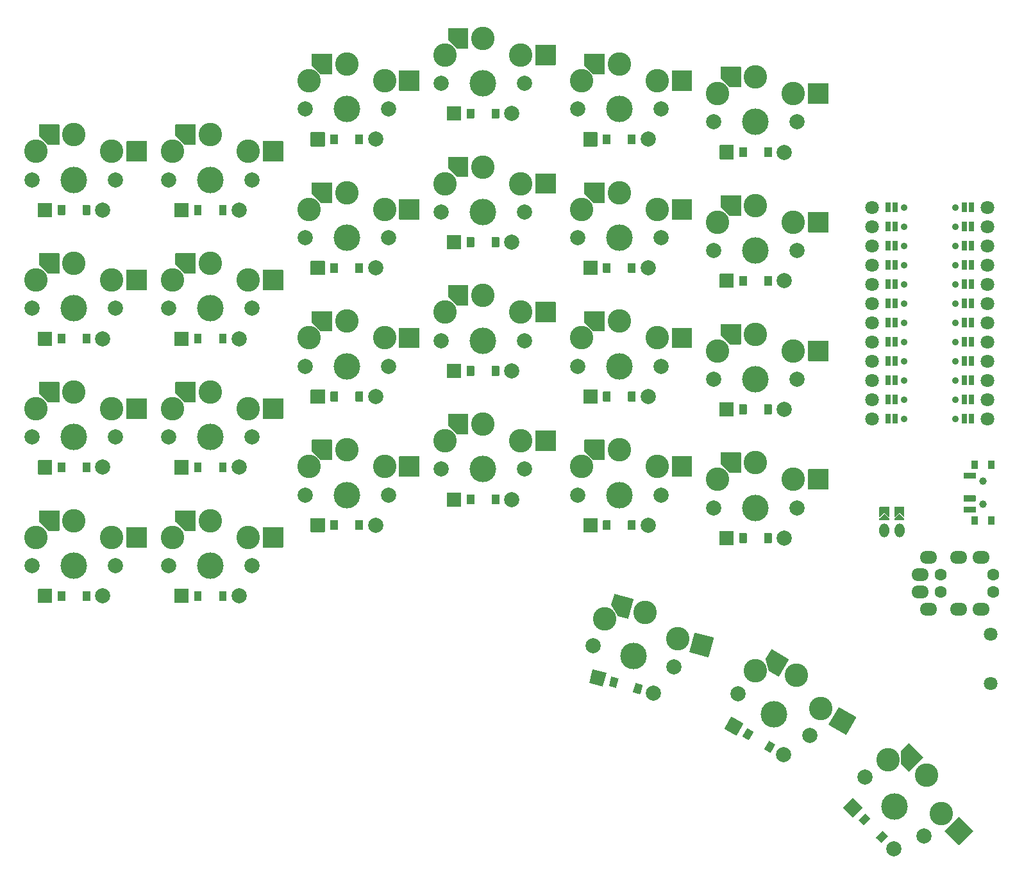
<source format=gbs>
G04 #@! TF.GenerationSoftware,KiCad,Pcbnew,8.0.8+1*
G04 #@! TF.CreationDate,2025-03-17T19:58:08+00:00*
G04 #@! TF.ProjectId,board,626f6172-642e-46b6-9963-61645f706362,0.1*
G04 #@! TF.SameCoordinates,Original*
G04 #@! TF.FileFunction,Soldermask,Bot*
G04 #@! TF.FilePolarity,Negative*
%FSLAX46Y46*%
G04 Gerber Fmt 4.6, Leading zero omitted, Abs format (unit mm)*
G04 Created by KiCad (PCBNEW 8.0.8+1) date 2025-03-17 19:58:08*
%MOMM*%
%LPD*%
G01*
G04 APERTURE LIST*
%ADD10C,2.005000*%
%ADD11O,1.300000X1.850000*%
%ADD12C,1.800000*%
%ADD13C,1.600000*%
%ADD14O,2.300000X1.700000*%
%ADD15C,1.000000*%
%ADD16C,0.900000*%
%ADD17C,2.000000*%
%ADD18C,3.100000*%
%ADD19C,3.500000*%
G04 APERTURE END LIST*
G36*
G01*
X99251000Y-91139000D02*
X99251000Y-89361000D01*
G75*
G02*
X99301000Y-89311000I50000J0D01*
G01*
X101079000Y-89311000D01*
G75*
G02*
X101129000Y-89361000I0J-50000D01*
G01*
X101129000Y-91139000D01*
G75*
G02*
X101079000Y-91189000I-50000J0D01*
G01*
X99301000Y-91189000D01*
G75*
G02*
X99251000Y-91139000I0J50000D01*
G01*
G37*
G36*
G01*
X101850000Y-90850000D02*
X101850000Y-89650000D01*
G75*
G02*
X101900000Y-89600000I50000J0D01*
G01*
X102800000Y-89600000D01*
G75*
G02*
X102850000Y-89650000I0J-50000D01*
G01*
X102850000Y-90850000D01*
G75*
G02*
X102800000Y-90900000I-50000J0D01*
G01*
X101900000Y-90900000D01*
G75*
G02*
X101850000Y-90850000I0J50000D01*
G01*
G37*
G36*
G01*
X105150000Y-90850000D02*
X105150000Y-89650000D01*
G75*
G02*
X105200000Y-89600000I50000J0D01*
G01*
X106100000Y-89600000D01*
G75*
G02*
X106150000Y-89650000I0J-50000D01*
G01*
X106150000Y-90850000D01*
G75*
G02*
X106100000Y-90900000I-50000J0D01*
G01*
X105200000Y-90900000D01*
G75*
G02*
X105150000Y-90850000I0J50000D01*
G01*
G37*
D10*
X107810000Y-90250000D03*
G36*
G01*
X117251000Y-128539000D02*
X117251000Y-126761000D01*
G75*
G02*
X117301000Y-126711000I50000J0D01*
G01*
X119079000Y-126711000D01*
G75*
G02*
X119129000Y-126761000I0J-50000D01*
G01*
X119129000Y-128539000D01*
G75*
G02*
X119079000Y-128589000I-50000J0D01*
G01*
X117301000Y-128589000D01*
G75*
G02*
X117251000Y-128539000I0J50000D01*
G01*
G37*
G36*
G01*
X119850000Y-128250000D02*
X119850000Y-127050000D01*
G75*
G02*
X119900000Y-127000000I50000J0D01*
G01*
X120800000Y-127000000D01*
G75*
G02*
X120850000Y-127050000I0J-50000D01*
G01*
X120850000Y-128250000D01*
G75*
G02*
X120800000Y-128300000I-50000J0D01*
G01*
X119900000Y-128300000D01*
G75*
G02*
X119850000Y-128250000I0J50000D01*
G01*
G37*
G36*
G01*
X123150000Y-128250000D02*
X123150000Y-127050000D01*
G75*
G02*
X123200000Y-127000000I50000J0D01*
G01*
X124100000Y-127000000D01*
G75*
G02*
X124150000Y-127050000I0J-50000D01*
G01*
X124150000Y-128250000D01*
G75*
G02*
X124100000Y-128300000I-50000J0D01*
G01*
X123200000Y-128300000D01*
G75*
G02*
X123150000Y-128250000I0J50000D01*
G01*
G37*
X125810000Y-127650000D03*
G36*
G01*
X117251000Y-111539000D02*
X117251000Y-109761000D01*
G75*
G02*
X117301000Y-109711000I50000J0D01*
G01*
X119079000Y-109711000D01*
G75*
G02*
X119129000Y-109761000I0J-50000D01*
G01*
X119129000Y-111539000D01*
G75*
G02*
X119079000Y-111589000I-50000J0D01*
G01*
X117301000Y-111589000D01*
G75*
G02*
X117251000Y-111539000I0J50000D01*
G01*
G37*
G36*
G01*
X119850000Y-111250000D02*
X119850000Y-110050000D01*
G75*
G02*
X119900000Y-110000000I50000J0D01*
G01*
X120800000Y-110000000D01*
G75*
G02*
X120850000Y-110050000I0J-50000D01*
G01*
X120850000Y-111250000D01*
G75*
G02*
X120800000Y-111300000I-50000J0D01*
G01*
X119900000Y-111300000D01*
G75*
G02*
X119850000Y-111250000I0J50000D01*
G01*
G37*
G36*
G01*
X123150000Y-111250000D02*
X123150000Y-110050000D01*
G75*
G02*
X123200000Y-110000000I50000J0D01*
G01*
X124100000Y-110000000D01*
G75*
G02*
X124150000Y-110050000I0J-50000D01*
G01*
X124150000Y-111250000D01*
G75*
G02*
X124100000Y-111300000I-50000J0D01*
G01*
X123200000Y-111300000D01*
G75*
G02*
X123150000Y-111250000I0J50000D01*
G01*
G37*
X125810000Y-110650000D03*
G36*
G01*
X135873645Y-171506997D02*
X136762645Y-169967203D01*
G75*
G02*
X136830946Y-169948902I43301J-25000D01*
G01*
X138370740Y-170837902D01*
G75*
G02*
X138389041Y-170906203I-25000J-43301D01*
G01*
X137500041Y-172445997D01*
G75*
G02*
X137431740Y-172464298I-43301J25000D01*
G01*
X135891946Y-171575298D01*
G75*
G02*
X135873645Y-171506997I25000J43301D01*
G01*
G37*
G36*
G01*
X138268946Y-172556215D02*
X138868946Y-171516985D01*
G75*
G02*
X138937247Y-171498684I43301J-25000D01*
G01*
X139716669Y-171948684D01*
G75*
G02*
X139734970Y-172016985I-25000J-43301D01*
G01*
X139134970Y-173056215D01*
G75*
G02*
X139066669Y-173074516I-43301J25000D01*
G01*
X138287247Y-172624516D01*
G75*
G02*
X138268946Y-172556215I25000J43301D01*
G01*
G37*
G36*
G01*
X141126830Y-174206215D02*
X141726830Y-173166985D01*
G75*
G02*
X141795131Y-173148684I43301J-25000D01*
G01*
X142574553Y-173598684D01*
G75*
G02*
X142592854Y-173666985I-25000J-43301D01*
G01*
X141992854Y-174706215D01*
G75*
G02*
X141924553Y-174724516I-43301J25000D01*
G01*
X141145131Y-174274516D01*
G75*
G02*
X141126830Y-174206215I25000J43301D01*
G01*
G37*
X143730457Y-175016600D03*
G36*
G01*
X63251000Y-120889000D02*
X63251000Y-119111000D01*
G75*
G02*
X63301000Y-119061000I50000J0D01*
G01*
X65079000Y-119061000D01*
G75*
G02*
X65129000Y-119111000I0J-50000D01*
G01*
X65129000Y-120889000D01*
G75*
G02*
X65079000Y-120939000I-50000J0D01*
G01*
X63301000Y-120939000D01*
G75*
G02*
X63251000Y-120889000I0J50000D01*
G01*
G37*
G36*
G01*
X65850000Y-120600000D02*
X65850000Y-119400000D01*
G75*
G02*
X65900000Y-119350000I50000J0D01*
G01*
X66800000Y-119350000D01*
G75*
G02*
X66850000Y-119400000I0J-50000D01*
G01*
X66850000Y-120600000D01*
G75*
G02*
X66800000Y-120650000I-50000J0D01*
G01*
X65900000Y-120650000D01*
G75*
G02*
X65850000Y-120600000I0J50000D01*
G01*
G37*
G36*
G01*
X69150000Y-120600000D02*
X69150000Y-119400000D01*
G75*
G02*
X69200000Y-119350000I50000J0D01*
G01*
X70100000Y-119350000D01*
G75*
G02*
X70150000Y-119400000I0J-50000D01*
G01*
X70150000Y-120600000D01*
G75*
G02*
X70100000Y-120650000I-50000J0D01*
G01*
X69200000Y-120650000D01*
G75*
G02*
X69150000Y-120600000I0J50000D01*
G01*
G37*
X71810000Y-120000000D03*
G36*
G01*
X45251000Y-154889000D02*
X45251000Y-153111000D01*
G75*
G02*
X45301000Y-153061000I50000J0D01*
G01*
X47079000Y-153061000D01*
G75*
G02*
X47129000Y-153111000I0J-50000D01*
G01*
X47129000Y-154889000D01*
G75*
G02*
X47079000Y-154939000I-50000J0D01*
G01*
X45301000Y-154939000D01*
G75*
G02*
X45251000Y-154889000I0J50000D01*
G01*
G37*
G36*
G01*
X47850000Y-154600000D02*
X47850000Y-153400000D01*
G75*
G02*
X47900000Y-153350000I50000J0D01*
G01*
X48800000Y-153350000D01*
G75*
G02*
X48850000Y-153400000I0J-50000D01*
G01*
X48850000Y-154600000D01*
G75*
G02*
X48800000Y-154650000I-50000J0D01*
G01*
X47900000Y-154650000D01*
G75*
G02*
X47850000Y-154600000I0J50000D01*
G01*
G37*
G36*
G01*
X51150000Y-154600000D02*
X51150000Y-153400000D01*
G75*
G02*
X51200000Y-153350000I50000J0D01*
G01*
X52100000Y-153350000D01*
G75*
G02*
X52150000Y-153400000I0J-50000D01*
G01*
X52150000Y-154600000D01*
G75*
G02*
X52100000Y-154650000I-50000J0D01*
G01*
X51200000Y-154650000D01*
G75*
G02*
X51150000Y-154600000I0J50000D01*
G01*
G37*
X53810000Y-154000000D03*
G36*
G01*
X81251000Y-111539000D02*
X81251000Y-109761000D01*
G75*
G02*
X81301000Y-109711000I50000J0D01*
G01*
X83079000Y-109711000D01*
G75*
G02*
X83129000Y-109761000I0J-50000D01*
G01*
X83129000Y-111539000D01*
G75*
G02*
X83079000Y-111589000I-50000J0D01*
G01*
X81301000Y-111589000D01*
G75*
G02*
X81251000Y-111539000I0J50000D01*
G01*
G37*
G36*
G01*
X83850000Y-111250000D02*
X83850000Y-110050000D01*
G75*
G02*
X83900000Y-110000000I50000J0D01*
G01*
X84800000Y-110000000D01*
G75*
G02*
X84850000Y-110050000I0J-50000D01*
G01*
X84850000Y-111250000D01*
G75*
G02*
X84800000Y-111300000I-50000J0D01*
G01*
X83900000Y-111300000D01*
G75*
G02*
X83850000Y-111250000I0J50000D01*
G01*
G37*
G36*
G01*
X87150000Y-111250000D02*
X87150000Y-110050000D01*
G75*
G02*
X87200000Y-110000000I50000J0D01*
G01*
X88100000Y-110000000D01*
G75*
G02*
X88150000Y-110050000I0J-50000D01*
G01*
X88150000Y-111250000D01*
G75*
G02*
X88100000Y-111300000I-50000J0D01*
G01*
X87200000Y-111300000D01*
G75*
G02*
X87150000Y-111250000I0J50000D01*
G01*
G37*
X89810000Y-110650000D03*
G36*
G01*
X63251000Y-137889000D02*
X63251000Y-136111000D01*
G75*
G02*
X63301000Y-136061000I50000J0D01*
G01*
X65079000Y-136061000D01*
G75*
G02*
X65129000Y-136111000I0J-50000D01*
G01*
X65129000Y-137889000D01*
G75*
G02*
X65079000Y-137939000I-50000J0D01*
G01*
X63301000Y-137939000D01*
G75*
G02*
X63251000Y-137889000I0J50000D01*
G01*
G37*
G36*
G01*
X65850000Y-137600000D02*
X65850000Y-136400000D01*
G75*
G02*
X65900000Y-136350000I50000J0D01*
G01*
X66800000Y-136350000D01*
G75*
G02*
X66850000Y-136400000I0J-50000D01*
G01*
X66850000Y-137600000D01*
G75*
G02*
X66800000Y-137650000I-50000J0D01*
G01*
X65900000Y-137650000D01*
G75*
G02*
X65850000Y-137600000I0J50000D01*
G01*
G37*
G36*
G01*
X69150000Y-137600000D02*
X69150000Y-136400000D01*
G75*
G02*
X69200000Y-136350000I50000J0D01*
G01*
X70100000Y-136350000D01*
G75*
G02*
X70150000Y-136400000I0J-50000D01*
G01*
X70150000Y-137600000D01*
G75*
G02*
X70100000Y-137650000I-50000J0D01*
G01*
X69200000Y-137650000D01*
G75*
G02*
X69150000Y-137600000I0J50000D01*
G01*
G37*
X71810000Y-137000000D03*
G36*
G01*
X81251000Y-94539000D02*
X81251000Y-92761000D01*
G75*
G02*
X81301000Y-92711000I50000J0D01*
G01*
X83079000Y-92711000D01*
G75*
G02*
X83129000Y-92761000I0J-50000D01*
G01*
X83129000Y-94539000D01*
G75*
G02*
X83079000Y-94589000I-50000J0D01*
G01*
X81301000Y-94589000D01*
G75*
G02*
X81251000Y-94539000I0J50000D01*
G01*
G37*
G36*
G01*
X83850000Y-94250000D02*
X83850000Y-93050000D01*
G75*
G02*
X83900000Y-93000000I50000J0D01*
G01*
X84800000Y-93000000D01*
G75*
G02*
X84850000Y-93050000I0J-50000D01*
G01*
X84850000Y-94250000D01*
G75*
G02*
X84800000Y-94300000I-50000J0D01*
G01*
X83900000Y-94300000D01*
G75*
G02*
X83850000Y-94250000I0J50000D01*
G01*
G37*
G36*
G01*
X87150000Y-94250000D02*
X87150000Y-93050000D01*
G75*
G02*
X87200000Y-93000000I50000J0D01*
G01*
X88100000Y-93000000D01*
G75*
G02*
X88150000Y-93050000I0J-50000D01*
G01*
X88150000Y-94250000D01*
G75*
G02*
X88100000Y-94300000I-50000J0D01*
G01*
X87200000Y-94300000D01*
G75*
G02*
X87150000Y-94250000I0J50000D01*
G01*
G37*
X89810000Y-93650000D03*
G36*
G01*
X135251000Y-147239000D02*
X135251000Y-145461000D01*
G75*
G02*
X135301000Y-145411000I50000J0D01*
G01*
X137079000Y-145411000D01*
G75*
G02*
X137129000Y-145461000I0J-50000D01*
G01*
X137129000Y-147239000D01*
G75*
G02*
X137079000Y-147289000I-50000J0D01*
G01*
X135301000Y-147289000D01*
G75*
G02*
X135251000Y-147239000I0J50000D01*
G01*
G37*
G36*
G01*
X137850000Y-146950000D02*
X137850000Y-145750000D01*
G75*
G02*
X137900000Y-145700000I50000J0D01*
G01*
X138800000Y-145700000D01*
G75*
G02*
X138850000Y-145750000I0J-50000D01*
G01*
X138850000Y-146950000D01*
G75*
G02*
X138800000Y-147000000I-50000J0D01*
G01*
X137900000Y-147000000D01*
G75*
G02*
X137850000Y-146950000I0J50000D01*
G01*
G37*
G36*
G01*
X141150000Y-146950000D02*
X141150000Y-145750000D01*
G75*
G02*
X141200000Y-145700000I50000J0D01*
G01*
X142100000Y-145700000D01*
G75*
G02*
X142150000Y-145750000I0J-50000D01*
G01*
X142150000Y-146950000D01*
G75*
G02*
X142100000Y-147000000I-50000J0D01*
G01*
X141200000Y-147000000D01*
G75*
G02*
X141150000Y-146950000I0J50000D01*
G01*
G37*
X143810000Y-146350000D03*
G36*
G01*
X45251000Y-137889000D02*
X45251000Y-136111000D01*
G75*
G02*
X45301000Y-136061000I50000J0D01*
G01*
X47079000Y-136061000D01*
G75*
G02*
X47129000Y-136111000I0J-50000D01*
G01*
X47129000Y-137889000D01*
G75*
G02*
X47079000Y-137939000I-50000J0D01*
G01*
X45301000Y-137939000D01*
G75*
G02*
X45251000Y-137889000I0J50000D01*
G01*
G37*
G36*
G01*
X47850000Y-137600000D02*
X47850000Y-136400000D01*
G75*
G02*
X47900000Y-136350000I50000J0D01*
G01*
X48800000Y-136350000D01*
G75*
G02*
X48850000Y-136400000I0J-50000D01*
G01*
X48850000Y-137600000D01*
G75*
G02*
X48800000Y-137650000I-50000J0D01*
G01*
X47900000Y-137650000D01*
G75*
G02*
X47850000Y-137600000I0J50000D01*
G01*
G37*
G36*
G01*
X51150000Y-137600000D02*
X51150000Y-136400000D01*
G75*
G02*
X51200000Y-136350000I50000J0D01*
G01*
X52100000Y-136350000D01*
G75*
G02*
X52150000Y-136400000I0J-50000D01*
G01*
X52150000Y-137600000D01*
G75*
G02*
X52100000Y-137650000I-50000J0D01*
G01*
X51200000Y-137650000D01*
G75*
G02*
X51150000Y-137600000I0J50000D01*
G01*
G37*
X53810000Y-137000000D03*
G36*
G01*
X63251000Y-154889000D02*
X63251000Y-153111000D01*
G75*
G02*
X63301000Y-153061000I50000J0D01*
G01*
X65079000Y-153061000D01*
G75*
G02*
X65129000Y-153111000I0J-50000D01*
G01*
X65129000Y-154889000D01*
G75*
G02*
X65079000Y-154939000I-50000J0D01*
G01*
X63301000Y-154939000D01*
G75*
G02*
X63251000Y-154889000I0J50000D01*
G01*
G37*
G36*
G01*
X65850000Y-154600000D02*
X65850000Y-153400000D01*
G75*
G02*
X65900000Y-153350000I50000J0D01*
G01*
X66800000Y-153350000D01*
G75*
G02*
X66850000Y-153400000I0J-50000D01*
G01*
X66850000Y-154600000D01*
G75*
G02*
X66800000Y-154650000I-50000J0D01*
G01*
X65900000Y-154650000D01*
G75*
G02*
X65850000Y-154600000I0J50000D01*
G01*
G37*
G36*
G01*
X69150000Y-154600000D02*
X69150000Y-153400000D01*
G75*
G02*
X69200000Y-153350000I50000J0D01*
G01*
X70100000Y-153350000D01*
G75*
G02*
X70150000Y-153400000I0J-50000D01*
G01*
X70150000Y-154600000D01*
G75*
G02*
X70100000Y-154650000I-50000J0D01*
G01*
X69200000Y-154650000D01*
G75*
G02*
X69150000Y-154600000I0J50000D01*
G01*
G37*
X71810000Y-154000000D03*
G36*
G01*
X99251000Y-142139000D02*
X99251000Y-140361000D01*
G75*
G02*
X99301000Y-140311000I50000J0D01*
G01*
X101079000Y-140311000D01*
G75*
G02*
X101129000Y-140361000I0J-50000D01*
G01*
X101129000Y-142139000D01*
G75*
G02*
X101079000Y-142189000I-50000J0D01*
G01*
X99301000Y-142189000D01*
G75*
G02*
X99251000Y-142139000I0J50000D01*
G01*
G37*
G36*
G01*
X101850000Y-141850000D02*
X101850000Y-140650000D01*
G75*
G02*
X101900000Y-140600000I50000J0D01*
G01*
X102800000Y-140600000D01*
G75*
G02*
X102850000Y-140650000I0J-50000D01*
G01*
X102850000Y-141850000D01*
G75*
G02*
X102800000Y-141900000I-50000J0D01*
G01*
X101900000Y-141900000D01*
G75*
G02*
X101850000Y-141850000I0J50000D01*
G01*
G37*
G36*
G01*
X105150000Y-141850000D02*
X105150000Y-140650000D01*
G75*
G02*
X105200000Y-140600000I50000J0D01*
G01*
X106100000Y-140600000D01*
G75*
G02*
X106150000Y-140650000I0J-50000D01*
G01*
X106150000Y-141850000D01*
G75*
G02*
X106100000Y-141900000I-50000J0D01*
G01*
X105200000Y-141900000D01*
G75*
G02*
X105150000Y-141850000I0J50000D01*
G01*
G37*
X107810000Y-141250000D03*
G36*
G01*
X45251000Y-103889000D02*
X45251000Y-102111000D01*
G75*
G02*
X45301000Y-102061000I50000J0D01*
G01*
X47079000Y-102061000D01*
G75*
G02*
X47129000Y-102111000I0J-50000D01*
G01*
X47129000Y-103889000D01*
G75*
G02*
X47079000Y-103939000I-50000J0D01*
G01*
X45301000Y-103939000D01*
G75*
G02*
X45251000Y-103889000I0J50000D01*
G01*
G37*
G36*
G01*
X47850000Y-103600000D02*
X47850000Y-102400000D01*
G75*
G02*
X47900000Y-102350000I50000J0D01*
G01*
X48800000Y-102350000D01*
G75*
G02*
X48850000Y-102400000I0J-50000D01*
G01*
X48850000Y-103600000D01*
G75*
G02*
X48800000Y-103650000I-50000J0D01*
G01*
X47900000Y-103650000D01*
G75*
G02*
X47850000Y-103600000I0J50000D01*
G01*
G37*
G36*
G01*
X51150000Y-103600000D02*
X51150000Y-102400000D01*
G75*
G02*
X51200000Y-102350000I50000J0D01*
G01*
X52100000Y-102350000D01*
G75*
G02*
X52150000Y-102400000I0J-50000D01*
G01*
X52150000Y-103600000D01*
G75*
G02*
X52100000Y-103650000I-50000J0D01*
G01*
X51200000Y-103650000D01*
G75*
G02*
X51150000Y-103600000I0J50000D01*
G01*
G37*
X53810000Y-103000000D03*
G36*
G01*
X135251000Y-96239000D02*
X135251000Y-94461000D01*
G75*
G02*
X135301000Y-94411000I50000J0D01*
G01*
X137079000Y-94411000D01*
G75*
G02*
X137129000Y-94461000I0J-50000D01*
G01*
X137129000Y-96239000D01*
G75*
G02*
X137079000Y-96289000I-50000J0D01*
G01*
X135301000Y-96289000D01*
G75*
G02*
X135251000Y-96239000I0J50000D01*
G01*
G37*
G36*
G01*
X137850000Y-95950000D02*
X137850000Y-94750000D01*
G75*
G02*
X137900000Y-94700000I50000J0D01*
G01*
X138800000Y-94700000D01*
G75*
G02*
X138850000Y-94750000I0J-50000D01*
G01*
X138850000Y-95950000D01*
G75*
G02*
X138800000Y-96000000I-50000J0D01*
G01*
X137900000Y-96000000D01*
G75*
G02*
X137850000Y-95950000I0J50000D01*
G01*
G37*
G36*
G01*
X141150000Y-95950000D02*
X141150000Y-94750000D01*
G75*
G02*
X141200000Y-94700000I50000J0D01*
G01*
X142100000Y-94700000D01*
G75*
G02*
X142150000Y-94750000I0J-50000D01*
G01*
X142150000Y-95950000D01*
G75*
G02*
X142100000Y-96000000I-50000J0D01*
G01*
X141200000Y-96000000D01*
G75*
G02*
X141150000Y-95950000I0J50000D01*
G01*
G37*
X143810000Y-95350000D03*
G36*
G01*
X81251000Y-128539000D02*
X81251000Y-126761000D01*
G75*
G02*
X81301000Y-126711000I50000J0D01*
G01*
X83079000Y-126711000D01*
G75*
G02*
X83129000Y-126761000I0J-50000D01*
G01*
X83129000Y-128539000D01*
G75*
G02*
X83079000Y-128589000I-50000J0D01*
G01*
X81301000Y-128589000D01*
G75*
G02*
X81251000Y-128539000I0J50000D01*
G01*
G37*
G36*
G01*
X83850000Y-128250000D02*
X83850000Y-127050000D01*
G75*
G02*
X83900000Y-127000000I50000J0D01*
G01*
X84800000Y-127000000D01*
G75*
G02*
X84850000Y-127050000I0J-50000D01*
G01*
X84850000Y-128250000D01*
G75*
G02*
X84800000Y-128300000I-50000J0D01*
G01*
X83900000Y-128300000D01*
G75*
G02*
X83850000Y-128250000I0J50000D01*
G01*
G37*
G36*
G01*
X87150000Y-128250000D02*
X87150000Y-127050000D01*
G75*
G02*
X87200000Y-127000000I50000J0D01*
G01*
X88100000Y-127000000D01*
G75*
G02*
X88150000Y-127050000I0J-50000D01*
G01*
X88150000Y-128250000D01*
G75*
G02*
X88100000Y-128300000I-50000J0D01*
G01*
X87200000Y-128300000D01*
G75*
G02*
X87150000Y-128250000I0J50000D01*
G01*
G37*
X89810000Y-127650000D03*
G36*
X157635355Y-142248645D02*
G01*
X157650000Y-142284000D01*
X157650000Y-143534000D01*
X157635355Y-143569355D01*
X157600000Y-143584000D01*
X157564645Y-143569355D01*
X157000000Y-143004710D01*
X156435355Y-143569355D01*
X156400000Y-143584000D01*
X156364645Y-143569355D01*
X156350000Y-143534000D01*
X156350000Y-142284000D01*
X156364645Y-142248645D01*
X156400000Y-142234000D01*
X157600000Y-142234000D01*
X157635355Y-142248645D01*
G37*
G36*
X159635355Y-142248645D02*
G01*
X159650000Y-142284000D01*
X159650000Y-143534000D01*
X159635355Y-143569355D01*
X159600000Y-143584000D01*
X159564645Y-143569355D01*
X159000000Y-143004710D01*
X158435355Y-143569355D01*
X158400000Y-143584000D01*
X158364645Y-143569355D01*
X158350000Y-143534000D01*
X158350000Y-142284000D01*
X158364645Y-142248645D01*
X158400000Y-142234000D01*
X159600000Y-142234000D01*
X159635355Y-142248645D01*
G37*
D11*
X159000000Y-145350000D03*
X157000000Y-145350000D03*
G36*
X159035355Y-143114645D02*
G01*
X159635355Y-143714645D01*
X159650000Y-143750000D01*
X159650000Y-143950000D01*
X159635355Y-143985355D01*
X159600000Y-144000000D01*
X158400000Y-144000000D01*
X158364645Y-143985355D01*
X158350000Y-143950000D01*
X158350000Y-143750000D01*
X158364645Y-143714645D01*
X158964645Y-143114645D01*
X159000000Y-143100000D01*
X159035355Y-143114645D01*
G37*
G36*
X157035355Y-143114645D02*
G01*
X157635355Y-143714645D01*
X157650000Y-143750000D01*
X157650000Y-143950000D01*
X157635355Y-143985355D01*
X157600000Y-144000000D01*
X156400000Y-144000000D01*
X156364645Y-143985355D01*
X156350000Y-143950000D01*
X156350000Y-143750000D01*
X156364645Y-143714645D01*
X156964645Y-143114645D01*
X157000000Y-143100000D01*
X157035355Y-143114645D01*
G37*
D12*
X171000000Y-165600000D03*
X171000000Y-159100000D03*
D13*
X171400000Y-151200000D03*
X164400000Y-151200000D03*
X171400000Y-153500000D03*
X164400000Y-153500000D03*
D14*
X169800000Y-148900000D03*
X169800000Y-155800000D03*
X166800000Y-148900000D03*
X166800000Y-155800000D03*
X162800000Y-148900000D03*
X162800000Y-155800000D03*
X161700000Y-151200000D03*
X161700000Y-153500000D03*
G36*
G01*
X99251000Y-108139000D02*
X99251000Y-106361000D01*
G75*
G02*
X99301000Y-106311000I50000J0D01*
G01*
X101079000Y-106311000D01*
G75*
G02*
X101129000Y-106361000I0J-50000D01*
G01*
X101129000Y-108139000D01*
G75*
G02*
X101079000Y-108189000I-50000J0D01*
G01*
X99301000Y-108189000D01*
G75*
G02*
X99251000Y-108139000I0J50000D01*
G01*
G37*
G36*
G01*
X101850000Y-107850000D02*
X101850000Y-106650000D01*
G75*
G02*
X101900000Y-106600000I50000J0D01*
G01*
X102800000Y-106600000D01*
G75*
G02*
X102850000Y-106650000I0J-50000D01*
G01*
X102850000Y-107850000D01*
G75*
G02*
X102800000Y-107900000I-50000J0D01*
G01*
X101900000Y-107900000D01*
G75*
G02*
X101850000Y-107850000I0J50000D01*
G01*
G37*
G36*
G01*
X105150000Y-107850000D02*
X105150000Y-106650000D01*
G75*
G02*
X105200000Y-106600000I50000J0D01*
G01*
X106100000Y-106600000D01*
G75*
G02*
X106150000Y-106650000I0J-50000D01*
G01*
X106150000Y-107850000D01*
G75*
G02*
X106100000Y-107900000I-50000J0D01*
G01*
X105200000Y-107900000D01*
G75*
G02*
X105150000Y-107850000I0J50000D01*
G01*
G37*
D10*
X107810000Y-107250000D03*
G36*
G01*
X45251000Y-120889000D02*
X45251000Y-119111000D01*
G75*
G02*
X45301000Y-119061000I50000J0D01*
G01*
X47079000Y-119061000D01*
G75*
G02*
X47129000Y-119111000I0J-50000D01*
G01*
X47129000Y-120889000D01*
G75*
G02*
X47079000Y-120939000I-50000J0D01*
G01*
X45301000Y-120939000D01*
G75*
G02*
X45251000Y-120889000I0J50000D01*
G01*
G37*
G36*
G01*
X47850000Y-120600000D02*
X47850000Y-119400000D01*
G75*
G02*
X47900000Y-119350000I50000J0D01*
G01*
X48800000Y-119350000D01*
G75*
G02*
X48850000Y-119400000I0J-50000D01*
G01*
X48850000Y-120600000D01*
G75*
G02*
X48800000Y-120650000I-50000J0D01*
G01*
X47900000Y-120650000D01*
G75*
G02*
X47850000Y-120600000I0J50000D01*
G01*
G37*
G36*
G01*
X51150000Y-120600000D02*
X51150000Y-119400000D01*
G75*
G02*
X51200000Y-119350000I50000J0D01*
G01*
X52100000Y-119350000D01*
G75*
G02*
X52150000Y-119400000I0J-50000D01*
G01*
X52150000Y-120600000D01*
G75*
G02*
X52100000Y-120650000I-50000J0D01*
G01*
X51200000Y-120650000D01*
G75*
G02*
X51150000Y-120600000I0J50000D01*
G01*
G37*
X53810000Y-120000000D03*
G36*
G01*
X135251000Y-113239000D02*
X135251000Y-111461000D01*
G75*
G02*
X135301000Y-111411000I50000J0D01*
G01*
X137079000Y-111411000D01*
G75*
G02*
X137129000Y-111461000I0J-50000D01*
G01*
X137129000Y-113239000D01*
G75*
G02*
X137079000Y-113289000I-50000J0D01*
G01*
X135301000Y-113289000D01*
G75*
G02*
X135251000Y-113239000I0J50000D01*
G01*
G37*
G36*
G01*
X137850000Y-112950000D02*
X137850000Y-111750000D01*
G75*
G02*
X137900000Y-111700000I50000J0D01*
G01*
X138800000Y-111700000D01*
G75*
G02*
X138850000Y-111750000I0J-50000D01*
G01*
X138850000Y-112950000D01*
G75*
G02*
X138800000Y-113000000I-50000J0D01*
G01*
X137900000Y-113000000D01*
G75*
G02*
X137850000Y-112950000I0J50000D01*
G01*
G37*
G36*
G01*
X141150000Y-112950000D02*
X141150000Y-111750000D01*
G75*
G02*
X141200000Y-111700000I50000J0D01*
G01*
X142100000Y-111700000D01*
G75*
G02*
X142150000Y-111750000I0J-50000D01*
G01*
X142150000Y-112950000D01*
G75*
G02*
X142100000Y-113000000I-50000J0D01*
G01*
X141200000Y-113000000D01*
G75*
G02*
X141150000Y-112950000I0J50000D01*
G01*
G37*
X143810000Y-112350000D03*
G36*
G01*
X151534432Y-181961268D02*
X152791668Y-180704032D01*
G75*
G02*
X152862378Y-180704032I35355J-35355D01*
G01*
X154119614Y-181961268D01*
G75*
G02*
X154119614Y-182031978I-35355J-35355D01*
G01*
X152862378Y-183289214D01*
G75*
G02*
X152791668Y-183289214I-35355J35355D01*
G01*
X151534432Y-182031978D01*
G75*
G02*
X151534432Y-181961268I35355J35355D01*
G01*
G37*
G36*
G01*
X153576557Y-183594685D02*
X154425085Y-182746157D01*
G75*
G02*
X154495795Y-182746157I35355J-35355D01*
G01*
X155132191Y-183382553D01*
G75*
G02*
X155132191Y-183453263I-35355J-35355D01*
G01*
X154283663Y-184301791D01*
G75*
G02*
X154212953Y-184301791I-35355J35355D01*
G01*
X153576557Y-183665395D01*
G75*
G02*
X153576557Y-183594685I35355J35355D01*
G01*
G37*
G36*
G01*
X155910009Y-185928137D02*
X156758537Y-185079609D01*
G75*
G02*
X156829247Y-185079609I35355J-35355D01*
G01*
X157465643Y-185716005D01*
G75*
G02*
X157465643Y-185786715I-35355J-35355D01*
G01*
X156617115Y-186635243D01*
G75*
G02*
X156546405Y-186635243I-35355J35355D01*
G01*
X155910009Y-185998847D01*
G75*
G02*
X155910009Y-185928137I35355J35355D01*
G01*
G37*
X158215177Y-187384777D03*
G36*
G01*
X117251000Y-145539000D02*
X117251000Y-143761000D01*
G75*
G02*
X117301000Y-143711000I50000J0D01*
G01*
X119079000Y-143711000D01*
G75*
G02*
X119129000Y-143761000I0J-50000D01*
G01*
X119129000Y-145539000D01*
G75*
G02*
X119079000Y-145589000I-50000J0D01*
G01*
X117301000Y-145589000D01*
G75*
G02*
X117251000Y-145539000I0J50000D01*
G01*
G37*
G36*
G01*
X119850000Y-145250000D02*
X119850000Y-144050000D01*
G75*
G02*
X119900000Y-144000000I50000J0D01*
G01*
X120800000Y-144000000D01*
G75*
G02*
X120850000Y-144050000I0J-50000D01*
G01*
X120850000Y-145250000D01*
G75*
G02*
X120800000Y-145300000I-50000J0D01*
G01*
X119900000Y-145300000D01*
G75*
G02*
X119850000Y-145250000I0J50000D01*
G01*
G37*
G36*
G01*
X123150000Y-145250000D02*
X123150000Y-144050000D01*
G75*
G02*
X123200000Y-144000000I50000J0D01*
G01*
X124100000Y-144000000D01*
G75*
G02*
X124150000Y-144050000I0J-50000D01*
G01*
X124150000Y-145250000D01*
G75*
G02*
X124100000Y-145300000I-50000J0D01*
G01*
X123200000Y-145300000D01*
G75*
G02*
X123150000Y-145250000I0J50000D01*
G01*
G37*
X125810000Y-144650000D03*
G36*
G01*
X168515000Y-136150000D02*
X169315000Y-136150000D01*
G75*
G02*
X169365000Y-136200000I0J-50000D01*
G01*
X169365000Y-137200000D01*
G75*
G02*
X169315000Y-137250000I-50000J0D01*
G01*
X168515000Y-137250000D01*
G75*
G02*
X168465000Y-137200000I0J50000D01*
G01*
X168465000Y-136200000D01*
G75*
G02*
X168515000Y-136150000I50000J0D01*
G01*
G37*
G36*
G01*
X168515000Y-143450000D02*
X169315000Y-143450000D01*
G75*
G02*
X169365000Y-143500000I0J-50000D01*
G01*
X169365000Y-144500000D01*
G75*
G02*
X169315000Y-144550000I-50000J0D01*
G01*
X168515000Y-144550000D01*
G75*
G02*
X168465000Y-144500000I0J50000D01*
G01*
X168465000Y-143500000D01*
G75*
G02*
X168515000Y-143450000I50000J0D01*
G01*
G37*
D15*
X170025000Y-138850000D03*
X170025000Y-141850000D03*
G36*
G01*
X170725000Y-136150000D02*
X171525000Y-136150000D01*
G75*
G02*
X171575000Y-136200000I0J-50000D01*
G01*
X171575000Y-137200000D01*
G75*
G02*
X171525000Y-137250000I-50000J0D01*
G01*
X170725000Y-137250000D01*
G75*
G02*
X170675000Y-137200000I0J50000D01*
G01*
X170675000Y-136200000D01*
G75*
G02*
X170725000Y-136150000I50000J0D01*
G01*
G37*
G36*
G01*
X170725000Y-143450000D02*
X171525000Y-143450000D01*
G75*
G02*
X171575000Y-143500000I0J-50000D01*
G01*
X171575000Y-144500000D01*
G75*
G02*
X171525000Y-144550000I-50000J0D01*
G01*
X170725000Y-144550000D01*
G75*
G02*
X170675000Y-144500000I0J50000D01*
G01*
X170675000Y-143500000D01*
G75*
G02*
X170725000Y-143450000I50000J0D01*
G01*
G37*
G36*
G01*
X167515000Y-137700000D02*
X169015000Y-137700000D01*
G75*
G02*
X169065000Y-137750000I0J-50000D01*
G01*
X169065000Y-138450000D01*
G75*
G02*
X169015000Y-138500000I-50000J0D01*
G01*
X167515000Y-138500000D01*
G75*
G02*
X167465000Y-138450000I0J50000D01*
G01*
X167465000Y-137750000D01*
G75*
G02*
X167515000Y-137700000I50000J0D01*
G01*
G37*
G36*
G01*
X167515000Y-140700000D02*
X169015000Y-140700000D01*
G75*
G02*
X169065000Y-140750000I0J-50000D01*
G01*
X169065000Y-141450000D01*
G75*
G02*
X169015000Y-141500000I-50000J0D01*
G01*
X167515000Y-141500000D01*
G75*
G02*
X167465000Y-141450000I0J50000D01*
G01*
X167465000Y-140750000D01*
G75*
G02*
X167515000Y-140700000I50000J0D01*
G01*
G37*
G36*
G01*
X167515000Y-142200000D02*
X169015000Y-142200000D01*
G75*
G02*
X169065000Y-142250000I0J-50000D01*
G01*
X169065000Y-142950000D01*
G75*
G02*
X169015000Y-143000000I-50000J0D01*
G01*
X167515000Y-143000000D01*
G75*
G02*
X167465000Y-142950000I0J50000D01*
G01*
X167465000Y-142250000D01*
G75*
G02*
X167515000Y-142200000I50000J0D01*
G01*
G37*
G36*
G01*
X63251000Y-103889000D02*
X63251000Y-102111000D01*
G75*
G02*
X63301000Y-102061000I50000J0D01*
G01*
X65079000Y-102061000D01*
G75*
G02*
X65129000Y-102111000I0J-50000D01*
G01*
X65129000Y-103889000D01*
G75*
G02*
X65079000Y-103939000I-50000J0D01*
G01*
X63301000Y-103939000D01*
G75*
G02*
X63251000Y-103889000I0J50000D01*
G01*
G37*
G36*
G01*
X65850000Y-103600000D02*
X65850000Y-102400000D01*
G75*
G02*
X65900000Y-102350000I50000J0D01*
G01*
X66800000Y-102350000D01*
G75*
G02*
X66850000Y-102400000I0J-50000D01*
G01*
X66850000Y-103600000D01*
G75*
G02*
X66800000Y-103650000I-50000J0D01*
G01*
X65900000Y-103650000D01*
G75*
G02*
X65850000Y-103600000I0J50000D01*
G01*
G37*
G36*
G01*
X69150000Y-103600000D02*
X69150000Y-102400000D01*
G75*
G02*
X69200000Y-102350000I50000J0D01*
G01*
X70100000Y-102350000D01*
G75*
G02*
X70150000Y-102400000I0J-50000D01*
G01*
X70150000Y-103600000D01*
G75*
G02*
X70100000Y-103650000I-50000J0D01*
G01*
X69200000Y-103650000D01*
G75*
G02*
X69150000Y-103600000I0J50000D01*
G01*
G37*
D10*
X71810000Y-103000000D03*
G36*
G01*
X99251000Y-125139000D02*
X99251000Y-123361000D01*
G75*
G02*
X99301000Y-123311000I50000J0D01*
G01*
X101079000Y-123311000D01*
G75*
G02*
X101129000Y-123361000I0J-50000D01*
G01*
X101129000Y-125139000D01*
G75*
G02*
X101079000Y-125189000I-50000J0D01*
G01*
X99301000Y-125189000D01*
G75*
G02*
X99251000Y-125139000I0J50000D01*
G01*
G37*
G36*
G01*
X101850000Y-124850000D02*
X101850000Y-123650000D01*
G75*
G02*
X101900000Y-123600000I50000J0D01*
G01*
X102800000Y-123600000D01*
G75*
G02*
X102850000Y-123650000I0J-50000D01*
G01*
X102850000Y-124850000D01*
G75*
G02*
X102800000Y-124900000I-50000J0D01*
G01*
X101900000Y-124900000D01*
G75*
G02*
X101850000Y-124850000I0J50000D01*
G01*
G37*
G36*
G01*
X105150000Y-124850000D02*
X105150000Y-123650000D01*
G75*
G02*
X105200000Y-123600000I50000J0D01*
G01*
X106100000Y-123600000D01*
G75*
G02*
X106150000Y-123650000I0J-50000D01*
G01*
X106150000Y-124850000D01*
G75*
G02*
X106100000Y-124900000I-50000J0D01*
G01*
X105200000Y-124900000D01*
G75*
G02*
X105150000Y-124850000I0J50000D01*
G01*
G37*
X107810000Y-124250000D03*
G36*
G01*
X118040729Y-165462275D02*
X118500909Y-163744859D01*
G75*
G02*
X118562146Y-163709504I48296J-12941D01*
G01*
X120279562Y-164169684D01*
G75*
G02*
X120314917Y-164230921I-12941J-48296D01*
G01*
X119854737Y-165948337D01*
G75*
G02*
X119793500Y-165983692I-48296J12941D01*
G01*
X118076084Y-165523512D01*
G75*
G02*
X118040729Y-165462275I12941J48296D01*
G01*
G37*
G36*
G01*
X120625968Y-165855796D02*
X120936551Y-164696685D01*
G75*
G02*
X120997788Y-164661330I48296J-12941D01*
G01*
X121867121Y-164894267D01*
G75*
G02*
X121902476Y-164955504I-12941J-48296D01*
G01*
X121591893Y-166114615D01*
G75*
G02*
X121530656Y-166149970I-48296J12941D01*
G01*
X120661323Y-165917033D01*
G75*
G02*
X120625968Y-165855796I12941J48296D01*
G01*
G37*
G36*
G01*
X123813524Y-166709896D02*
X124124107Y-165550785D01*
G75*
G02*
X124185344Y-165515430I48296J-12941D01*
G01*
X125054677Y-165748367D01*
G75*
G02*
X125090032Y-165809604I-12941J-48296D01*
G01*
X124779449Y-166968715D01*
G75*
G02*
X124718212Y-167004070I-48296J12941D01*
G01*
X123848879Y-166771133D01*
G75*
G02*
X123813524Y-166709896I12941J48296D01*
G01*
G37*
X126538177Y-166818802D03*
G36*
G01*
X117251000Y-94539000D02*
X117251000Y-92761000D01*
G75*
G02*
X117301000Y-92711000I50000J0D01*
G01*
X119079000Y-92711000D01*
G75*
G02*
X119129000Y-92761000I0J-50000D01*
G01*
X119129000Y-94539000D01*
G75*
G02*
X119079000Y-94589000I-50000J0D01*
G01*
X117301000Y-94589000D01*
G75*
G02*
X117251000Y-94539000I0J50000D01*
G01*
G37*
G36*
G01*
X119850000Y-94250000D02*
X119850000Y-93050000D01*
G75*
G02*
X119900000Y-93000000I50000J0D01*
G01*
X120800000Y-93000000D01*
G75*
G02*
X120850000Y-93050000I0J-50000D01*
G01*
X120850000Y-94250000D01*
G75*
G02*
X120800000Y-94300000I-50000J0D01*
G01*
X119900000Y-94300000D01*
G75*
G02*
X119850000Y-94250000I0J50000D01*
G01*
G37*
G36*
G01*
X123150000Y-94250000D02*
X123150000Y-93050000D01*
G75*
G02*
X123200000Y-93000000I50000J0D01*
G01*
X124100000Y-93000000D01*
G75*
G02*
X124150000Y-93050000I0J-50000D01*
G01*
X124150000Y-94250000D01*
G75*
G02*
X124100000Y-94300000I-50000J0D01*
G01*
X123200000Y-94300000D01*
G75*
G02*
X123150000Y-94250000I0J50000D01*
G01*
G37*
X125810000Y-93650000D03*
G36*
G01*
X168130000Y-103250000D02*
X168130000Y-102050000D01*
G75*
G02*
X168180000Y-102000000I50000J0D01*
G01*
X168780000Y-102000000D01*
G75*
G02*
X168830000Y-102050000I0J-50000D01*
G01*
X168830000Y-103250000D01*
G75*
G02*
X168780000Y-103300000I-50000J0D01*
G01*
X168180000Y-103300000D01*
G75*
G02*
X168130000Y-103250000I0J50000D01*
G01*
G37*
D12*
X170620000Y-102650000D03*
G36*
G01*
X168130000Y-105790000D02*
X168130000Y-104590000D01*
G75*
G02*
X168180000Y-104540000I50000J0D01*
G01*
X168780000Y-104540000D01*
G75*
G02*
X168830000Y-104590000I0J-50000D01*
G01*
X168830000Y-105790000D01*
G75*
G02*
X168780000Y-105840000I-50000J0D01*
G01*
X168180000Y-105840000D01*
G75*
G02*
X168130000Y-105790000I0J50000D01*
G01*
G37*
X170620000Y-105190000D03*
G36*
G01*
X168130000Y-108330000D02*
X168130000Y-107130000D01*
G75*
G02*
X168180000Y-107080000I50000J0D01*
G01*
X168780000Y-107080000D01*
G75*
G02*
X168830000Y-107130000I0J-50000D01*
G01*
X168830000Y-108330000D01*
G75*
G02*
X168780000Y-108380000I-50000J0D01*
G01*
X168180000Y-108380000D01*
G75*
G02*
X168130000Y-108330000I0J50000D01*
G01*
G37*
X170620000Y-107730000D03*
G36*
G01*
X168130000Y-110870000D02*
X168130000Y-109670000D01*
G75*
G02*
X168180000Y-109620000I50000J0D01*
G01*
X168780000Y-109620000D01*
G75*
G02*
X168830000Y-109670000I0J-50000D01*
G01*
X168830000Y-110870000D01*
G75*
G02*
X168780000Y-110920000I-50000J0D01*
G01*
X168180000Y-110920000D01*
G75*
G02*
X168130000Y-110870000I0J50000D01*
G01*
G37*
X170620000Y-110270000D03*
G36*
G01*
X168130000Y-113410000D02*
X168130000Y-112210000D01*
G75*
G02*
X168180000Y-112160000I50000J0D01*
G01*
X168780000Y-112160000D01*
G75*
G02*
X168830000Y-112210000I0J-50000D01*
G01*
X168830000Y-113410000D01*
G75*
G02*
X168780000Y-113460000I-50000J0D01*
G01*
X168180000Y-113460000D01*
G75*
G02*
X168130000Y-113410000I0J50000D01*
G01*
G37*
X170620000Y-112810000D03*
G36*
G01*
X168130000Y-115950000D02*
X168130000Y-114750000D01*
G75*
G02*
X168180000Y-114700000I50000J0D01*
G01*
X168780000Y-114700000D01*
G75*
G02*
X168830000Y-114750000I0J-50000D01*
G01*
X168830000Y-115950000D01*
G75*
G02*
X168780000Y-116000000I-50000J0D01*
G01*
X168180000Y-116000000D01*
G75*
G02*
X168130000Y-115950000I0J50000D01*
G01*
G37*
X170620000Y-115350000D03*
G36*
G01*
X168130000Y-118490000D02*
X168130000Y-117290000D01*
G75*
G02*
X168180000Y-117240000I50000J0D01*
G01*
X168780000Y-117240000D01*
G75*
G02*
X168830000Y-117290000I0J-50000D01*
G01*
X168830000Y-118490000D01*
G75*
G02*
X168780000Y-118540000I-50000J0D01*
G01*
X168180000Y-118540000D01*
G75*
G02*
X168130000Y-118490000I0J50000D01*
G01*
G37*
X170620000Y-117890000D03*
G36*
G01*
X168130000Y-121030000D02*
X168130000Y-119830000D01*
G75*
G02*
X168180000Y-119780000I50000J0D01*
G01*
X168780000Y-119780000D01*
G75*
G02*
X168830000Y-119830000I0J-50000D01*
G01*
X168830000Y-121030000D01*
G75*
G02*
X168780000Y-121080000I-50000J0D01*
G01*
X168180000Y-121080000D01*
G75*
G02*
X168130000Y-121030000I0J50000D01*
G01*
G37*
X170620000Y-120430000D03*
G36*
G01*
X168130000Y-123570000D02*
X168130000Y-122370000D01*
G75*
G02*
X168180000Y-122320000I50000J0D01*
G01*
X168780000Y-122320000D01*
G75*
G02*
X168830000Y-122370000I0J-50000D01*
G01*
X168830000Y-123570000D01*
G75*
G02*
X168780000Y-123620000I-50000J0D01*
G01*
X168180000Y-123620000D01*
G75*
G02*
X168130000Y-123570000I0J50000D01*
G01*
G37*
X170620000Y-122970000D03*
G36*
G01*
X168130000Y-126110000D02*
X168130000Y-124910000D01*
G75*
G02*
X168180000Y-124860000I50000J0D01*
G01*
X168780000Y-124860000D01*
G75*
G02*
X168830000Y-124910000I0J-50000D01*
G01*
X168830000Y-126110000D01*
G75*
G02*
X168780000Y-126160000I-50000J0D01*
G01*
X168180000Y-126160000D01*
G75*
G02*
X168130000Y-126110000I0J50000D01*
G01*
G37*
X170620000Y-125510000D03*
G36*
G01*
X168130000Y-128650000D02*
X168130000Y-127450000D01*
G75*
G02*
X168180000Y-127400000I50000J0D01*
G01*
X168780000Y-127400000D01*
G75*
G02*
X168830000Y-127450000I0J-50000D01*
G01*
X168830000Y-128650000D01*
G75*
G02*
X168780000Y-128700000I-50000J0D01*
G01*
X168180000Y-128700000D01*
G75*
G02*
X168130000Y-128650000I0J50000D01*
G01*
G37*
X170620000Y-128050000D03*
G36*
G01*
X168130000Y-131190000D02*
X168130000Y-129990000D01*
G75*
G02*
X168180000Y-129940000I50000J0D01*
G01*
X168780000Y-129940000D01*
G75*
G02*
X168830000Y-129990000I0J-50000D01*
G01*
X168830000Y-131190000D01*
G75*
G02*
X168780000Y-131240000I-50000J0D01*
G01*
X168180000Y-131240000D01*
G75*
G02*
X168130000Y-131190000I0J50000D01*
G01*
G37*
X170620000Y-130590000D03*
X155380000Y-130590000D03*
G36*
G01*
X157170000Y-131190000D02*
X157170000Y-129990000D01*
G75*
G02*
X157220000Y-129940000I50000J0D01*
G01*
X157820000Y-129940000D01*
G75*
G02*
X157870000Y-129990000I0J-50000D01*
G01*
X157870000Y-131190000D01*
G75*
G02*
X157820000Y-131240000I-50000J0D01*
G01*
X157220000Y-131240000D01*
G75*
G02*
X157170000Y-131190000I0J50000D01*
G01*
G37*
X155380000Y-128050000D03*
G36*
G01*
X157170000Y-128650000D02*
X157170000Y-127450000D01*
G75*
G02*
X157220000Y-127400000I50000J0D01*
G01*
X157820000Y-127400000D01*
G75*
G02*
X157870000Y-127450000I0J-50000D01*
G01*
X157870000Y-128650000D01*
G75*
G02*
X157820000Y-128700000I-50000J0D01*
G01*
X157220000Y-128700000D01*
G75*
G02*
X157170000Y-128650000I0J50000D01*
G01*
G37*
X155380000Y-125510000D03*
G36*
G01*
X157170000Y-126110000D02*
X157170000Y-124910000D01*
G75*
G02*
X157220000Y-124860000I50000J0D01*
G01*
X157820000Y-124860000D01*
G75*
G02*
X157870000Y-124910000I0J-50000D01*
G01*
X157870000Y-126110000D01*
G75*
G02*
X157820000Y-126160000I-50000J0D01*
G01*
X157220000Y-126160000D01*
G75*
G02*
X157170000Y-126110000I0J50000D01*
G01*
G37*
X155380000Y-122970000D03*
G36*
G01*
X157170000Y-123570000D02*
X157170000Y-122370000D01*
G75*
G02*
X157220000Y-122320000I50000J0D01*
G01*
X157820000Y-122320000D01*
G75*
G02*
X157870000Y-122370000I0J-50000D01*
G01*
X157870000Y-123570000D01*
G75*
G02*
X157820000Y-123620000I-50000J0D01*
G01*
X157220000Y-123620000D01*
G75*
G02*
X157170000Y-123570000I0J50000D01*
G01*
G37*
X155380000Y-120430000D03*
G36*
G01*
X157170000Y-121030000D02*
X157170000Y-119830000D01*
G75*
G02*
X157220000Y-119780000I50000J0D01*
G01*
X157820000Y-119780000D01*
G75*
G02*
X157870000Y-119830000I0J-50000D01*
G01*
X157870000Y-121030000D01*
G75*
G02*
X157820000Y-121080000I-50000J0D01*
G01*
X157220000Y-121080000D01*
G75*
G02*
X157170000Y-121030000I0J50000D01*
G01*
G37*
X155380000Y-117890000D03*
G36*
G01*
X157170000Y-118490000D02*
X157170000Y-117290000D01*
G75*
G02*
X157220000Y-117240000I50000J0D01*
G01*
X157820000Y-117240000D01*
G75*
G02*
X157870000Y-117290000I0J-50000D01*
G01*
X157870000Y-118490000D01*
G75*
G02*
X157820000Y-118540000I-50000J0D01*
G01*
X157220000Y-118540000D01*
G75*
G02*
X157170000Y-118490000I0J50000D01*
G01*
G37*
X155380000Y-115350000D03*
G36*
G01*
X157170000Y-115950000D02*
X157170000Y-114750000D01*
G75*
G02*
X157220000Y-114700000I50000J0D01*
G01*
X157820000Y-114700000D01*
G75*
G02*
X157870000Y-114750000I0J-50000D01*
G01*
X157870000Y-115950000D01*
G75*
G02*
X157820000Y-116000000I-50000J0D01*
G01*
X157220000Y-116000000D01*
G75*
G02*
X157170000Y-115950000I0J50000D01*
G01*
G37*
X155380000Y-112810000D03*
G36*
G01*
X157170000Y-113410000D02*
X157170000Y-112210000D01*
G75*
G02*
X157220000Y-112160000I50000J0D01*
G01*
X157820000Y-112160000D01*
G75*
G02*
X157870000Y-112210000I0J-50000D01*
G01*
X157870000Y-113410000D01*
G75*
G02*
X157820000Y-113460000I-50000J0D01*
G01*
X157220000Y-113460000D01*
G75*
G02*
X157170000Y-113410000I0J50000D01*
G01*
G37*
X155380000Y-110270000D03*
G36*
G01*
X157170000Y-110870000D02*
X157170000Y-109670000D01*
G75*
G02*
X157220000Y-109620000I50000J0D01*
G01*
X157820000Y-109620000D01*
G75*
G02*
X157870000Y-109670000I0J-50000D01*
G01*
X157870000Y-110870000D01*
G75*
G02*
X157820000Y-110920000I-50000J0D01*
G01*
X157220000Y-110920000D01*
G75*
G02*
X157170000Y-110870000I0J50000D01*
G01*
G37*
X155380000Y-107730000D03*
G36*
G01*
X157170000Y-108330000D02*
X157170000Y-107130000D01*
G75*
G02*
X157220000Y-107080000I50000J0D01*
G01*
X157820000Y-107080000D01*
G75*
G02*
X157870000Y-107130000I0J-50000D01*
G01*
X157870000Y-108330000D01*
G75*
G02*
X157820000Y-108380000I-50000J0D01*
G01*
X157220000Y-108380000D01*
G75*
G02*
X157170000Y-108330000I0J50000D01*
G01*
G37*
X155380000Y-105190000D03*
G36*
G01*
X157170000Y-105790000D02*
X157170000Y-104590000D01*
G75*
G02*
X157220000Y-104540000I50000J0D01*
G01*
X157820000Y-104540000D01*
G75*
G02*
X157870000Y-104590000I0J-50000D01*
G01*
X157870000Y-105790000D01*
G75*
G02*
X157820000Y-105840000I-50000J0D01*
G01*
X157220000Y-105840000D01*
G75*
G02*
X157170000Y-105790000I0J50000D01*
G01*
G37*
X155380000Y-102650000D03*
G36*
G01*
X157170000Y-103250000D02*
X157170000Y-102050000D01*
G75*
G02*
X157220000Y-102000000I50000J0D01*
G01*
X157820000Y-102000000D01*
G75*
G02*
X157870000Y-102050000I0J-50000D01*
G01*
X157870000Y-103250000D01*
G75*
G02*
X157820000Y-103300000I-50000J0D01*
G01*
X157220000Y-103300000D01*
G75*
G02*
X157170000Y-103250000I0J50000D01*
G01*
G37*
G36*
G01*
X158070000Y-103250000D02*
X158070000Y-102050000D01*
G75*
G02*
X158120000Y-102000000I50000J0D01*
G01*
X158720000Y-102000000D01*
G75*
G02*
X158770000Y-102050000I0J-50000D01*
G01*
X158770000Y-103250000D01*
G75*
G02*
X158720000Y-103300000I-50000J0D01*
G01*
X158120000Y-103300000D01*
G75*
G02*
X158070000Y-103250000I0J50000D01*
G01*
G37*
D16*
X166400000Y-102650000D03*
G36*
G01*
X158070000Y-105790000D02*
X158070000Y-104590000D01*
G75*
G02*
X158120000Y-104540000I50000J0D01*
G01*
X158720000Y-104540000D01*
G75*
G02*
X158770000Y-104590000I0J-50000D01*
G01*
X158770000Y-105790000D01*
G75*
G02*
X158720000Y-105840000I-50000J0D01*
G01*
X158120000Y-105840000D01*
G75*
G02*
X158070000Y-105790000I0J50000D01*
G01*
G37*
X166400000Y-105190000D03*
G36*
G01*
X158070000Y-108330000D02*
X158070000Y-107130000D01*
G75*
G02*
X158120000Y-107080000I50000J0D01*
G01*
X158720000Y-107080000D01*
G75*
G02*
X158770000Y-107130000I0J-50000D01*
G01*
X158770000Y-108330000D01*
G75*
G02*
X158720000Y-108380000I-50000J0D01*
G01*
X158120000Y-108380000D01*
G75*
G02*
X158070000Y-108330000I0J50000D01*
G01*
G37*
X166400000Y-107730000D03*
G36*
G01*
X158070000Y-110870000D02*
X158070000Y-109670000D01*
G75*
G02*
X158120000Y-109620000I50000J0D01*
G01*
X158720000Y-109620000D01*
G75*
G02*
X158770000Y-109670000I0J-50000D01*
G01*
X158770000Y-110870000D01*
G75*
G02*
X158720000Y-110920000I-50000J0D01*
G01*
X158120000Y-110920000D01*
G75*
G02*
X158070000Y-110870000I0J50000D01*
G01*
G37*
X166400000Y-110270000D03*
G36*
G01*
X158070000Y-113410000D02*
X158070000Y-112210000D01*
G75*
G02*
X158120000Y-112160000I50000J0D01*
G01*
X158720000Y-112160000D01*
G75*
G02*
X158770000Y-112210000I0J-50000D01*
G01*
X158770000Y-113410000D01*
G75*
G02*
X158720000Y-113460000I-50000J0D01*
G01*
X158120000Y-113460000D01*
G75*
G02*
X158070000Y-113410000I0J50000D01*
G01*
G37*
X166400000Y-112810000D03*
G36*
G01*
X158070000Y-115950000D02*
X158070000Y-114750000D01*
G75*
G02*
X158120000Y-114700000I50000J0D01*
G01*
X158720000Y-114700000D01*
G75*
G02*
X158770000Y-114750000I0J-50000D01*
G01*
X158770000Y-115950000D01*
G75*
G02*
X158720000Y-116000000I-50000J0D01*
G01*
X158120000Y-116000000D01*
G75*
G02*
X158070000Y-115950000I0J50000D01*
G01*
G37*
X166400000Y-115350000D03*
G36*
G01*
X158070000Y-118490000D02*
X158070000Y-117290000D01*
G75*
G02*
X158120000Y-117240000I50000J0D01*
G01*
X158720000Y-117240000D01*
G75*
G02*
X158770000Y-117290000I0J-50000D01*
G01*
X158770000Y-118490000D01*
G75*
G02*
X158720000Y-118540000I-50000J0D01*
G01*
X158120000Y-118540000D01*
G75*
G02*
X158070000Y-118490000I0J50000D01*
G01*
G37*
X166400000Y-117890000D03*
G36*
G01*
X158070000Y-121030000D02*
X158070000Y-119830000D01*
G75*
G02*
X158120000Y-119780000I50000J0D01*
G01*
X158720000Y-119780000D01*
G75*
G02*
X158770000Y-119830000I0J-50000D01*
G01*
X158770000Y-121030000D01*
G75*
G02*
X158720000Y-121080000I-50000J0D01*
G01*
X158120000Y-121080000D01*
G75*
G02*
X158070000Y-121030000I0J50000D01*
G01*
G37*
X166400000Y-120430000D03*
G36*
G01*
X158070000Y-123570000D02*
X158070000Y-122370000D01*
G75*
G02*
X158120000Y-122320000I50000J0D01*
G01*
X158720000Y-122320000D01*
G75*
G02*
X158770000Y-122370000I0J-50000D01*
G01*
X158770000Y-123570000D01*
G75*
G02*
X158720000Y-123620000I-50000J0D01*
G01*
X158120000Y-123620000D01*
G75*
G02*
X158070000Y-123570000I0J50000D01*
G01*
G37*
X166400000Y-122970000D03*
G36*
G01*
X158070000Y-126110000D02*
X158070000Y-124910000D01*
G75*
G02*
X158120000Y-124860000I50000J0D01*
G01*
X158720000Y-124860000D01*
G75*
G02*
X158770000Y-124910000I0J-50000D01*
G01*
X158770000Y-126110000D01*
G75*
G02*
X158720000Y-126160000I-50000J0D01*
G01*
X158120000Y-126160000D01*
G75*
G02*
X158070000Y-126110000I0J50000D01*
G01*
G37*
X166400000Y-125510000D03*
G36*
G01*
X158070000Y-128650000D02*
X158070000Y-127450000D01*
G75*
G02*
X158120000Y-127400000I50000J0D01*
G01*
X158720000Y-127400000D01*
G75*
G02*
X158770000Y-127450000I0J-50000D01*
G01*
X158770000Y-128650000D01*
G75*
G02*
X158720000Y-128700000I-50000J0D01*
G01*
X158120000Y-128700000D01*
G75*
G02*
X158070000Y-128650000I0J50000D01*
G01*
G37*
X166400000Y-128050000D03*
G36*
G01*
X158070000Y-131190000D02*
X158070000Y-129990000D01*
G75*
G02*
X158120000Y-129940000I50000J0D01*
G01*
X158720000Y-129940000D01*
G75*
G02*
X158770000Y-129990000I0J-50000D01*
G01*
X158770000Y-131190000D01*
G75*
G02*
X158720000Y-131240000I-50000J0D01*
G01*
X158120000Y-131240000D01*
G75*
G02*
X158070000Y-131190000I0J50000D01*
G01*
G37*
X166400000Y-130590000D03*
X159600000Y-130590000D03*
G36*
G01*
X167230000Y-131190000D02*
X167230000Y-129990000D01*
G75*
G02*
X167280000Y-129940000I50000J0D01*
G01*
X167880000Y-129940000D01*
G75*
G02*
X167930000Y-129990000I0J-50000D01*
G01*
X167930000Y-131190000D01*
G75*
G02*
X167880000Y-131240000I-50000J0D01*
G01*
X167280000Y-131240000D01*
G75*
G02*
X167230000Y-131190000I0J50000D01*
G01*
G37*
X159600000Y-128050000D03*
G36*
G01*
X167230000Y-128650000D02*
X167230000Y-127450000D01*
G75*
G02*
X167280000Y-127400000I50000J0D01*
G01*
X167880000Y-127400000D01*
G75*
G02*
X167930000Y-127450000I0J-50000D01*
G01*
X167930000Y-128650000D01*
G75*
G02*
X167880000Y-128700000I-50000J0D01*
G01*
X167280000Y-128700000D01*
G75*
G02*
X167230000Y-128650000I0J50000D01*
G01*
G37*
X159600000Y-125510000D03*
G36*
G01*
X167230000Y-126110000D02*
X167230000Y-124910000D01*
G75*
G02*
X167280000Y-124860000I50000J0D01*
G01*
X167880000Y-124860000D01*
G75*
G02*
X167930000Y-124910000I0J-50000D01*
G01*
X167930000Y-126110000D01*
G75*
G02*
X167880000Y-126160000I-50000J0D01*
G01*
X167280000Y-126160000D01*
G75*
G02*
X167230000Y-126110000I0J50000D01*
G01*
G37*
X159600000Y-122970000D03*
G36*
G01*
X167230000Y-123570000D02*
X167230000Y-122370000D01*
G75*
G02*
X167280000Y-122320000I50000J0D01*
G01*
X167880000Y-122320000D01*
G75*
G02*
X167930000Y-122370000I0J-50000D01*
G01*
X167930000Y-123570000D01*
G75*
G02*
X167880000Y-123620000I-50000J0D01*
G01*
X167280000Y-123620000D01*
G75*
G02*
X167230000Y-123570000I0J50000D01*
G01*
G37*
X159600000Y-120430000D03*
G36*
G01*
X167230000Y-121030000D02*
X167230000Y-119830000D01*
G75*
G02*
X167280000Y-119780000I50000J0D01*
G01*
X167880000Y-119780000D01*
G75*
G02*
X167930000Y-119830000I0J-50000D01*
G01*
X167930000Y-121030000D01*
G75*
G02*
X167880000Y-121080000I-50000J0D01*
G01*
X167280000Y-121080000D01*
G75*
G02*
X167230000Y-121030000I0J50000D01*
G01*
G37*
X159600000Y-117890000D03*
G36*
G01*
X167230000Y-118490000D02*
X167230000Y-117290000D01*
G75*
G02*
X167280000Y-117240000I50000J0D01*
G01*
X167880000Y-117240000D01*
G75*
G02*
X167930000Y-117290000I0J-50000D01*
G01*
X167930000Y-118490000D01*
G75*
G02*
X167880000Y-118540000I-50000J0D01*
G01*
X167280000Y-118540000D01*
G75*
G02*
X167230000Y-118490000I0J50000D01*
G01*
G37*
X159600000Y-115350000D03*
G36*
G01*
X167230000Y-115950000D02*
X167230000Y-114750000D01*
G75*
G02*
X167280000Y-114700000I50000J0D01*
G01*
X167880000Y-114700000D01*
G75*
G02*
X167930000Y-114750000I0J-50000D01*
G01*
X167930000Y-115950000D01*
G75*
G02*
X167880000Y-116000000I-50000J0D01*
G01*
X167280000Y-116000000D01*
G75*
G02*
X167230000Y-115950000I0J50000D01*
G01*
G37*
X159600000Y-112810000D03*
G36*
G01*
X167230000Y-113410000D02*
X167230000Y-112210000D01*
G75*
G02*
X167280000Y-112160000I50000J0D01*
G01*
X167880000Y-112160000D01*
G75*
G02*
X167930000Y-112210000I0J-50000D01*
G01*
X167930000Y-113410000D01*
G75*
G02*
X167880000Y-113460000I-50000J0D01*
G01*
X167280000Y-113460000D01*
G75*
G02*
X167230000Y-113410000I0J50000D01*
G01*
G37*
X159600000Y-110270000D03*
G36*
G01*
X167230000Y-110870000D02*
X167230000Y-109670000D01*
G75*
G02*
X167280000Y-109620000I50000J0D01*
G01*
X167880000Y-109620000D01*
G75*
G02*
X167930000Y-109670000I0J-50000D01*
G01*
X167930000Y-110870000D01*
G75*
G02*
X167880000Y-110920000I-50000J0D01*
G01*
X167280000Y-110920000D01*
G75*
G02*
X167230000Y-110870000I0J50000D01*
G01*
G37*
X159600000Y-107730000D03*
G36*
G01*
X167230000Y-108330000D02*
X167230000Y-107130000D01*
G75*
G02*
X167280000Y-107080000I50000J0D01*
G01*
X167880000Y-107080000D01*
G75*
G02*
X167930000Y-107130000I0J-50000D01*
G01*
X167930000Y-108330000D01*
G75*
G02*
X167880000Y-108380000I-50000J0D01*
G01*
X167280000Y-108380000D01*
G75*
G02*
X167230000Y-108330000I0J50000D01*
G01*
G37*
X159600000Y-105190000D03*
G36*
G01*
X167230000Y-105790000D02*
X167230000Y-104590000D01*
G75*
G02*
X167280000Y-104540000I50000J0D01*
G01*
X167880000Y-104540000D01*
G75*
G02*
X167930000Y-104590000I0J-50000D01*
G01*
X167930000Y-105790000D01*
G75*
G02*
X167880000Y-105840000I-50000J0D01*
G01*
X167280000Y-105840000D01*
G75*
G02*
X167230000Y-105790000I0J50000D01*
G01*
G37*
X159600000Y-102650000D03*
G36*
G01*
X167230000Y-103250000D02*
X167230000Y-102050000D01*
G75*
G02*
X167280000Y-102000000I50000J0D01*
G01*
X167880000Y-102000000D01*
G75*
G02*
X167930000Y-102050000I0J-50000D01*
G01*
X167930000Y-103250000D01*
G75*
G02*
X167880000Y-103300000I-50000J0D01*
G01*
X167280000Y-103300000D01*
G75*
G02*
X167230000Y-103250000I0J50000D01*
G01*
G37*
G36*
G01*
X135251000Y-130239000D02*
X135251000Y-128461000D01*
G75*
G02*
X135301000Y-128411000I50000J0D01*
G01*
X137079000Y-128411000D01*
G75*
G02*
X137129000Y-128461000I0J-50000D01*
G01*
X137129000Y-130239000D01*
G75*
G02*
X137079000Y-130289000I-50000J0D01*
G01*
X135301000Y-130289000D01*
G75*
G02*
X135251000Y-130239000I0J50000D01*
G01*
G37*
G36*
G01*
X137850000Y-129950000D02*
X137850000Y-128750000D01*
G75*
G02*
X137900000Y-128700000I50000J0D01*
G01*
X138800000Y-128700000D01*
G75*
G02*
X138850000Y-128750000I0J-50000D01*
G01*
X138850000Y-129950000D01*
G75*
G02*
X138800000Y-130000000I-50000J0D01*
G01*
X137900000Y-130000000D01*
G75*
G02*
X137850000Y-129950000I0J50000D01*
G01*
G37*
G36*
G01*
X141150000Y-129950000D02*
X141150000Y-128750000D01*
G75*
G02*
X141200000Y-128700000I50000J0D01*
G01*
X142100000Y-128700000D01*
G75*
G02*
X142150000Y-128750000I0J-50000D01*
G01*
X142150000Y-129950000D01*
G75*
G02*
X142100000Y-130000000I-50000J0D01*
G01*
X141200000Y-130000000D01*
G75*
G02*
X141150000Y-129950000I0J50000D01*
G01*
G37*
D10*
X143810000Y-129350000D03*
G36*
G01*
X81251000Y-145539000D02*
X81251000Y-143761000D01*
G75*
G02*
X81301000Y-143711000I50000J0D01*
G01*
X83079000Y-143711000D01*
G75*
G02*
X83129000Y-143761000I0J-50000D01*
G01*
X83129000Y-145539000D01*
G75*
G02*
X83079000Y-145589000I-50000J0D01*
G01*
X81301000Y-145589000D01*
G75*
G02*
X81251000Y-145539000I0J50000D01*
G01*
G37*
G36*
G01*
X83850000Y-145250000D02*
X83850000Y-144050000D01*
G75*
G02*
X83900000Y-144000000I50000J0D01*
G01*
X84800000Y-144000000D01*
G75*
G02*
X84850000Y-144050000I0J-50000D01*
G01*
X84850000Y-145250000D01*
G75*
G02*
X84800000Y-145300000I-50000J0D01*
G01*
X83900000Y-145300000D01*
G75*
G02*
X83850000Y-145250000I0J50000D01*
G01*
G37*
G36*
G01*
X87150000Y-145250000D02*
X87150000Y-144050000D01*
G75*
G02*
X87200000Y-144000000I50000J0D01*
G01*
X88100000Y-144000000D01*
G75*
G02*
X88150000Y-144050000I0J-50000D01*
G01*
X88150000Y-145250000D01*
G75*
G02*
X88100000Y-145300000I-50000J0D01*
G01*
X87200000Y-145300000D01*
G75*
G02*
X87150000Y-145250000I0J50000D01*
G01*
G37*
X89810000Y-144650000D03*
D17*
X44500000Y-150000000D03*
D18*
X45000000Y-146250000D03*
X50000000Y-144050000D03*
D19*
X50000000Y-150000000D03*
D18*
X55000000Y-146250000D03*
D17*
X55500000Y-150000000D03*
G36*
X48060355Y-142714645D02*
G01*
X48075000Y-142750000D01*
X48075000Y-145350000D01*
X48060355Y-145385355D01*
X48025000Y-145400000D01*
X46608000Y-145400000D01*
X46572645Y-145385355D01*
X45389645Y-144202355D01*
X45375000Y-144167000D01*
X45375000Y-142750000D01*
X45389645Y-142714645D01*
X45425000Y-142700000D01*
X48025000Y-142700000D01*
X48060355Y-142714645D01*
G37*
G36*
G01*
X56925000Y-147550000D02*
X56925000Y-144950000D01*
G75*
G02*
X56975000Y-144900000I50000J0D01*
G01*
X59575000Y-144900000D01*
G75*
G02*
X59625000Y-144950000I0J-50000D01*
G01*
X59625000Y-147550000D01*
G75*
G02*
X59575000Y-147600000I-50000J0D01*
G01*
X56975000Y-147600000D01*
G75*
G02*
X56925000Y-147550000I0J50000D01*
G01*
G37*
X134500000Y-91350000D03*
D18*
X135000000Y-87600000D03*
X140000000Y-85400000D03*
D19*
X140000000Y-91350000D03*
D18*
X145000000Y-87600000D03*
D17*
X145500000Y-91350000D03*
G36*
X138060355Y-84064645D02*
G01*
X138075000Y-84100000D01*
X138075000Y-86700000D01*
X138060355Y-86735355D01*
X138025000Y-86750000D01*
X136608000Y-86750000D01*
X136572645Y-86735355D01*
X135389645Y-85552355D01*
X135375000Y-85517000D01*
X135375000Y-84100000D01*
X135389645Y-84064645D01*
X135425000Y-84050000D01*
X138025000Y-84050000D01*
X138060355Y-84064645D01*
G37*
G36*
G01*
X146925000Y-88900000D02*
X146925000Y-86300000D01*
G75*
G02*
X146975000Y-86250000I50000J0D01*
G01*
X149575000Y-86250000D01*
G75*
G02*
X149625000Y-86300000I0J-50000D01*
G01*
X149625000Y-88900000D01*
G75*
G02*
X149575000Y-88950000I-50000J0D01*
G01*
X146975000Y-88950000D01*
G75*
G02*
X146925000Y-88900000I0J50000D01*
G01*
G37*
X62500000Y-116000000D03*
D18*
X63000000Y-112250000D03*
X68000000Y-110050000D03*
D19*
X68000000Y-116000000D03*
D18*
X73000000Y-112250000D03*
D17*
X73500000Y-116000000D03*
G36*
X66060355Y-108714645D02*
G01*
X66075000Y-108750000D01*
X66075000Y-111350000D01*
X66060355Y-111385355D01*
X66025000Y-111400000D01*
X64608000Y-111400000D01*
X64572645Y-111385355D01*
X63389645Y-110202355D01*
X63375000Y-110167000D01*
X63375000Y-108750000D01*
X63389645Y-108714645D01*
X63425000Y-108700000D01*
X66025000Y-108700000D01*
X66060355Y-108714645D01*
G37*
G36*
G01*
X74925000Y-113550000D02*
X74925000Y-110950000D01*
G75*
G02*
X74975000Y-110900000I50000J0D01*
G01*
X77575000Y-110900000D01*
G75*
G02*
X77625000Y-110950000I0J-50000D01*
G01*
X77625000Y-113550000D01*
G75*
G02*
X77575000Y-113600000I-50000J0D01*
G01*
X74975000Y-113600000D01*
G75*
G02*
X74925000Y-113550000I0J50000D01*
G01*
G37*
X116500000Y-89650000D03*
D18*
X117000000Y-85900000D03*
X122000000Y-83700000D03*
D19*
X122000000Y-89650000D03*
D18*
X127000000Y-85900000D03*
D17*
X127500000Y-89650000D03*
G36*
X120060355Y-82364645D02*
G01*
X120075000Y-82400000D01*
X120075000Y-85000000D01*
X120060355Y-85035355D01*
X120025000Y-85050000D01*
X118608000Y-85050000D01*
X118572645Y-85035355D01*
X117389645Y-83852355D01*
X117375000Y-83817000D01*
X117375000Y-82400000D01*
X117389645Y-82364645D01*
X117425000Y-82350000D01*
X120025000Y-82350000D01*
X120060355Y-82364645D01*
G37*
G36*
G01*
X128925000Y-87200000D02*
X128925000Y-84600000D01*
G75*
G02*
X128975000Y-84550000I50000J0D01*
G01*
X131575000Y-84550000D01*
G75*
G02*
X131625000Y-84600000I0J-50000D01*
G01*
X131625000Y-87200000D01*
G75*
G02*
X131575000Y-87250000I-50000J0D01*
G01*
X128975000Y-87250000D01*
G75*
G02*
X128925000Y-87200000I0J50000D01*
G01*
G37*
X116500000Y-106650000D03*
D18*
X117000000Y-102900000D03*
X122000000Y-100700000D03*
D19*
X122000000Y-106650000D03*
D18*
X127000000Y-102900000D03*
D17*
X127500000Y-106650000D03*
G36*
X120060355Y-99364645D02*
G01*
X120075000Y-99400000D01*
X120075000Y-102000000D01*
X120060355Y-102035355D01*
X120025000Y-102050000D01*
X118608000Y-102050000D01*
X118572645Y-102035355D01*
X117389645Y-100852355D01*
X117375000Y-100817000D01*
X117375000Y-99400000D01*
X117389645Y-99364645D01*
X117425000Y-99350000D01*
X120025000Y-99350000D01*
X120060355Y-99364645D01*
G37*
G36*
G01*
X128925000Y-104200000D02*
X128925000Y-101600000D01*
G75*
G02*
X128975000Y-101550000I50000J0D01*
G01*
X131575000Y-101550000D01*
G75*
G02*
X131625000Y-101600000I0J-50000D01*
G01*
X131625000Y-104200000D01*
G75*
G02*
X131575000Y-104250000I-50000J0D01*
G01*
X128975000Y-104250000D01*
G75*
G02*
X128925000Y-104200000I0J50000D01*
G01*
G37*
X62500000Y-133000000D03*
D18*
X63000000Y-129250000D03*
X68000000Y-127050000D03*
D19*
X68000000Y-133000000D03*
D18*
X73000000Y-129250000D03*
D17*
X73500000Y-133000000D03*
G36*
X66060355Y-125714645D02*
G01*
X66075000Y-125750000D01*
X66075000Y-128350000D01*
X66060355Y-128385355D01*
X66025000Y-128400000D01*
X64608000Y-128400000D01*
X64572645Y-128385355D01*
X63389645Y-127202355D01*
X63375000Y-127167000D01*
X63375000Y-125750000D01*
X63389645Y-125714645D01*
X63425000Y-125700000D01*
X66025000Y-125700000D01*
X66060355Y-125714645D01*
G37*
G36*
G01*
X74925000Y-130550000D02*
X74925000Y-127950000D01*
G75*
G02*
X74975000Y-127900000I50000J0D01*
G01*
X77575000Y-127900000D01*
G75*
G02*
X77625000Y-127950000I0J-50000D01*
G01*
X77625000Y-130550000D01*
G75*
G02*
X77575000Y-130600000I-50000J0D01*
G01*
X74975000Y-130600000D01*
G75*
G02*
X74925000Y-130550000I0J50000D01*
G01*
G37*
X134500000Y-108350000D03*
D18*
X135000000Y-104600000D03*
X140000000Y-102400000D03*
D19*
X140000000Y-108350000D03*
D18*
X145000000Y-104600000D03*
D17*
X145500000Y-108350000D03*
G36*
X138060355Y-101064645D02*
G01*
X138075000Y-101100000D01*
X138075000Y-103700000D01*
X138060355Y-103735355D01*
X138025000Y-103750000D01*
X136608000Y-103750000D01*
X136572645Y-103735355D01*
X135389645Y-102552355D01*
X135375000Y-102517000D01*
X135375000Y-101100000D01*
X135389645Y-101064645D01*
X135425000Y-101050000D01*
X138025000Y-101050000D01*
X138060355Y-101064645D01*
G37*
G36*
G01*
X146925000Y-105900000D02*
X146925000Y-103300000D01*
G75*
G02*
X146975000Y-103250000I50000J0D01*
G01*
X149575000Y-103250000D01*
G75*
G02*
X149625000Y-103300000I0J-50000D01*
G01*
X149625000Y-105900000D01*
G75*
G02*
X149575000Y-105950000I-50000J0D01*
G01*
X146975000Y-105950000D01*
G75*
G02*
X146925000Y-105900000I0J50000D01*
G01*
G37*
X98500000Y-137250000D03*
D18*
X99000000Y-133500000D03*
X104000000Y-131300000D03*
D19*
X104000000Y-137250000D03*
D18*
X109000000Y-133500000D03*
D17*
X109500000Y-137250000D03*
G36*
X102060355Y-129964645D02*
G01*
X102075000Y-130000000D01*
X102075000Y-132600000D01*
X102060355Y-132635355D01*
X102025000Y-132650000D01*
X100608000Y-132650000D01*
X100572645Y-132635355D01*
X99389645Y-131452355D01*
X99375000Y-131417000D01*
X99375000Y-130000000D01*
X99389645Y-129964645D01*
X99425000Y-129950000D01*
X102025000Y-129950000D01*
X102060355Y-129964645D01*
G37*
G36*
G01*
X110925000Y-134800000D02*
X110925000Y-132200000D01*
G75*
G02*
X110975000Y-132150000I50000J0D01*
G01*
X113575000Y-132150000D01*
G75*
G02*
X113625000Y-132200000I0J-50000D01*
G01*
X113625000Y-134800000D01*
G75*
G02*
X113575000Y-134850000I-50000J0D01*
G01*
X110975000Y-134850000D01*
G75*
G02*
X110925000Y-134800000I0J50000D01*
G01*
G37*
X134500000Y-125350000D03*
D18*
X135000000Y-121600000D03*
X140000000Y-119400000D03*
D19*
X140000000Y-125350000D03*
D18*
X145000000Y-121600000D03*
D17*
X145500000Y-125350000D03*
G36*
X138060355Y-118064645D02*
G01*
X138075000Y-118100000D01*
X138075000Y-120700000D01*
X138060355Y-120735355D01*
X138025000Y-120750000D01*
X136608000Y-120750000D01*
X136572645Y-120735355D01*
X135389645Y-119552355D01*
X135375000Y-119517000D01*
X135375000Y-118100000D01*
X135389645Y-118064645D01*
X135425000Y-118050000D01*
X138025000Y-118050000D01*
X138060355Y-118064645D01*
G37*
G36*
G01*
X146925000Y-122900000D02*
X146925000Y-120300000D01*
G75*
G02*
X146975000Y-120250000I50000J0D01*
G01*
X149575000Y-120250000D01*
G75*
G02*
X149625000Y-120300000I0J-50000D01*
G01*
X149625000Y-122900000D01*
G75*
G02*
X149575000Y-122950000I-50000J0D01*
G01*
X146975000Y-122950000D01*
G75*
G02*
X146925000Y-122900000I0J50000D01*
G01*
G37*
X116500000Y-140650000D03*
D18*
X117000000Y-136900000D03*
X122000000Y-134700000D03*
D19*
X122000000Y-140650000D03*
D18*
X127000000Y-136900000D03*
D17*
X127500000Y-140650000D03*
G36*
X120060355Y-133364645D02*
G01*
X120075000Y-133400000D01*
X120075000Y-136000000D01*
X120060355Y-136035355D01*
X120025000Y-136050000D01*
X118608000Y-136050000D01*
X118572645Y-136035355D01*
X117389645Y-134852355D01*
X117375000Y-134817000D01*
X117375000Y-133400000D01*
X117389645Y-133364645D01*
X117425000Y-133350000D01*
X120025000Y-133350000D01*
X120060355Y-133364645D01*
G37*
G36*
G01*
X128925000Y-138200000D02*
X128925000Y-135600000D01*
G75*
G02*
X128975000Y-135550000I50000J0D01*
G01*
X131575000Y-135550000D01*
G75*
G02*
X131625000Y-135600000I0J-50000D01*
G01*
X131625000Y-138200000D01*
G75*
G02*
X131575000Y-138250000I-50000J0D01*
G01*
X128975000Y-138250000D01*
G75*
G02*
X128925000Y-138200000I0J50000D01*
G01*
G37*
X62500000Y-150000000D03*
D18*
X63000000Y-146250000D03*
X68000000Y-144050000D03*
D19*
X68000000Y-150000000D03*
D18*
X73000000Y-146250000D03*
D17*
X73500000Y-150000000D03*
G36*
X66060355Y-142714645D02*
G01*
X66075000Y-142750000D01*
X66075000Y-145350000D01*
X66060355Y-145385355D01*
X66025000Y-145400000D01*
X64608000Y-145400000D01*
X64572645Y-145385355D01*
X63389645Y-144202355D01*
X63375000Y-144167000D01*
X63375000Y-142750000D01*
X63389645Y-142714645D01*
X63425000Y-142700000D01*
X66025000Y-142700000D01*
X66060355Y-142714645D01*
G37*
G36*
G01*
X74925000Y-147550000D02*
X74925000Y-144950000D01*
G75*
G02*
X74975000Y-144900000I50000J0D01*
G01*
X77575000Y-144900000D01*
G75*
G02*
X77625000Y-144950000I0J-50000D01*
G01*
X77625000Y-147550000D01*
G75*
G02*
X77575000Y-147600000I-50000J0D01*
G01*
X74975000Y-147600000D01*
G75*
G02*
X74925000Y-147550000I0J50000D01*
G01*
G37*
X80500000Y-123650000D03*
D18*
X81000000Y-119900000D03*
X86000000Y-117700000D03*
D19*
X86000000Y-123650000D03*
D18*
X91000000Y-119900000D03*
D17*
X91500000Y-123650000D03*
G36*
X84060355Y-116364645D02*
G01*
X84075000Y-116400000D01*
X84075000Y-119000000D01*
X84060355Y-119035355D01*
X84025000Y-119050000D01*
X82608000Y-119050000D01*
X82572645Y-119035355D01*
X81389645Y-117852355D01*
X81375000Y-117817000D01*
X81375000Y-116400000D01*
X81389645Y-116364645D01*
X81425000Y-116350000D01*
X84025000Y-116350000D01*
X84060355Y-116364645D01*
G37*
G36*
G01*
X92925000Y-121200000D02*
X92925000Y-118600000D01*
G75*
G02*
X92975000Y-118550000I50000J0D01*
G01*
X95575000Y-118550000D01*
G75*
G02*
X95625000Y-118600000I0J-50000D01*
G01*
X95625000Y-121200000D01*
G75*
G02*
X95575000Y-121250000I-50000J0D01*
G01*
X92975000Y-121250000D01*
G75*
G02*
X92925000Y-121200000I0J50000D01*
G01*
G37*
X154460413Y-177973213D03*
D18*
X157465617Y-175675116D03*
X162556785Y-177655015D03*
D19*
X158349500Y-181862300D03*
D18*
X164536684Y-182746183D03*
D17*
X162238587Y-185751387D03*
G36*
X162129488Y-175339240D02*
G01*
X162114844Y-175374595D01*
X160276366Y-177213073D01*
X160241011Y-177227717D01*
X160205656Y-177213073D01*
X159203685Y-176211103D01*
X159189041Y-176175747D01*
X159189041Y-174502733D01*
X159203685Y-174467377D01*
X160205656Y-173465407D01*
X160241011Y-173450763D01*
X160276366Y-173465407D01*
X162114844Y-175303885D01*
X162129488Y-175339240D01*
G37*
G36*
G01*
X164978626Y-185026603D02*
X166817104Y-183188125D01*
G75*
G02*
X166887814Y-183188125I35355J-35355D01*
G01*
X168726292Y-185026603D01*
G75*
G02*
X168726292Y-185097313I-35355J-35355D01*
G01*
X166887814Y-186935791D01*
G75*
G02*
X166817104Y-186935791I-35355J35355D01*
G01*
X164978626Y-185097313D01*
G75*
G02*
X164978626Y-185026603I35355J35355D01*
G01*
G37*
X44500000Y-133000000D03*
D18*
X45000000Y-129250000D03*
X50000000Y-127050000D03*
D19*
X50000000Y-133000000D03*
D18*
X55000000Y-129250000D03*
D17*
X55500000Y-133000000D03*
G36*
X48060355Y-125714645D02*
G01*
X48075000Y-125750000D01*
X48075000Y-128350000D01*
X48060355Y-128385355D01*
X48025000Y-128400000D01*
X46608000Y-128400000D01*
X46572645Y-128385355D01*
X45389645Y-127202355D01*
X45375000Y-127167000D01*
X45375000Y-125750000D01*
X45389645Y-125714645D01*
X45425000Y-125700000D01*
X48025000Y-125700000D01*
X48060355Y-125714645D01*
G37*
G36*
G01*
X56925000Y-130550000D02*
X56925000Y-127950000D01*
G75*
G02*
X56975000Y-127900000I50000J0D01*
G01*
X59575000Y-127900000D01*
G75*
G02*
X59625000Y-127950000I0J-50000D01*
G01*
X59625000Y-130550000D01*
G75*
G02*
X59575000Y-130600000I-50000J0D01*
G01*
X56975000Y-130600000D01*
G75*
G02*
X56925000Y-130550000I0J50000D01*
G01*
G37*
X137667760Y-166897500D03*
D18*
X139975773Y-163899905D03*
X145405900Y-164494649D03*
D19*
X142430900Y-169647500D03*
D18*
X148636027Y-168899905D03*
D17*
X147194040Y-172397500D03*
G36*
X144393796Y-162368375D02*
G01*
X144388801Y-162406316D01*
X143088801Y-164657982D01*
X143058441Y-164681278D01*
X143020500Y-164676283D01*
X141793342Y-163967783D01*
X141770046Y-163937423D01*
X141337038Y-162321415D01*
X141342033Y-162283474D01*
X142050533Y-161056316D01*
X142080893Y-161033020D01*
X142118834Y-161038015D01*
X144370500Y-162338015D01*
X144393796Y-162368375D01*
G37*
G36*
G01*
X149653126Y-170988238D02*
X150953126Y-168736572D01*
G75*
G02*
X151021427Y-168718271I43301J-25000D01*
G01*
X153273093Y-170018271D01*
G75*
G02*
X153291394Y-170086572I-25000J-43301D01*
G01*
X151991394Y-172338238D01*
G75*
G02*
X151923093Y-172356539I-43301J25000D01*
G01*
X149671427Y-171056539D01*
G75*
G02*
X149653126Y-170988238I25000J43301D01*
G01*
G37*
X80500000Y-106650000D03*
D18*
X81000000Y-102900000D03*
X86000000Y-100700000D03*
D19*
X86000000Y-106650000D03*
D18*
X91000000Y-102900000D03*
D17*
X91500000Y-106650000D03*
G36*
X84060355Y-99364645D02*
G01*
X84075000Y-99400000D01*
X84075000Y-102000000D01*
X84060355Y-102035355D01*
X84025000Y-102050000D01*
X82608000Y-102050000D01*
X82572645Y-102035355D01*
X81389645Y-100852355D01*
X81375000Y-100817000D01*
X81375000Y-99400000D01*
X81389645Y-99364645D01*
X81425000Y-99350000D01*
X84025000Y-99350000D01*
X84060355Y-99364645D01*
G37*
G36*
G01*
X92925000Y-104200000D02*
X92925000Y-101600000D01*
G75*
G02*
X92975000Y-101550000I50000J0D01*
G01*
X95575000Y-101550000D01*
G75*
G02*
X95625000Y-101600000I0J-50000D01*
G01*
X95625000Y-104200000D01*
G75*
G02*
X95575000Y-104250000I-50000J0D01*
G01*
X92975000Y-104250000D01*
G75*
G02*
X92925000Y-104200000I0J50000D01*
G01*
G37*
X98500000Y-120250000D03*
D18*
X99000000Y-116500000D03*
X104000000Y-114300000D03*
D19*
X104000000Y-120250000D03*
D18*
X109000000Y-116500000D03*
D17*
X109500000Y-120250000D03*
G36*
X102060355Y-112964645D02*
G01*
X102075000Y-113000000D01*
X102075000Y-115600000D01*
X102060355Y-115635355D01*
X102025000Y-115650000D01*
X100608000Y-115650000D01*
X100572645Y-115635355D01*
X99389645Y-114452355D01*
X99375000Y-114417000D01*
X99375000Y-113000000D01*
X99389645Y-112964645D01*
X99425000Y-112950000D01*
X102025000Y-112950000D01*
X102060355Y-112964645D01*
G37*
G36*
G01*
X110925000Y-117800000D02*
X110925000Y-115200000D01*
G75*
G02*
X110975000Y-115150000I50000J0D01*
G01*
X113575000Y-115150000D01*
G75*
G02*
X113625000Y-115200000I0J-50000D01*
G01*
X113625000Y-117800000D01*
G75*
G02*
X113575000Y-117850000I-50000J0D01*
G01*
X110975000Y-117850000D01*
G75*
G02*
X110925000Y-117800000I0J50000D01*
G01*
G37*
X98500000Y-103250000D03*
D18*
X99000000Y-99500000D03*
X104000000Y-97300000D03*
D19*
X104000000Y-103250000D03*
D18*
X109000000Y-99500000D03*
D17*
X109500000Y-103250000D03*
G36*
X102060355Y-95964645D02*
G01*
X102075000Y-96000000D01*
X102075000Y-98600000D01*
X102060355Y-98635355D01*
X102025000Y-98650000D01*
X100608000Y-98650000D01*
X100572645Y-98635355D01*
X99389645Y-97452355D01*
X99375000Y-97417000D01*
X99375000Y-96000000D01*
X99389645Y-95964645D01*
X99425000Y-95950000D01*
X102025000Y-95950000D01*
X102060355Y-95964645D01*
G37*
G36*
G01*
X110925000Y-100800000D02*
X110925000Y-98200000D01*
G75*
G02*
X110975000Y-98150000I50000J0D01*
G01*
X113575000Y-98150000D01*
G75*
G02*
X113625000Y-98200000I0J-50000D01*
G01*
X113625000Y-100800000D01*
G75*
G02*
X113575000Y-100850000I-50000J0D01*
G01*
X110975000Y-100850000D01*
G75*
G02*
X110925000Y-100800000I0J50000D01*
G01*
G37*
X116500000Y-123650000D03*
D18*
X117000000Y-119900000D03*
X122000000Y-117700000D03*
D19*
X122000000Y-123650000D03*
D18*
X127000000Y-119900000D03*
D17*
X127500000Y-123650000D03*
G36*
X120060355Y-116364645D02*
G01*
X120075000Y-116400000D01*
X120075000Y-119000000D01*
X120060355Y-119035355D01*
X120025000Y-119050000D01*
X118608000Y-119050000D01*
X118572645Y-119035355D01*
X117389645Y-117852355D01*
X117375000Y-117817000D01*
X117375000Y-116400000D01*
X117389645Y-116364645D01*
X117425000Y-116350000D01*
X120025000Y-116350000D01*
X120060355Y-116364645D01*
G37*
G36*
G01*
X128925000Y-121200000D02*
X128925000Y-118600000D01*
G75*
G02*
X128975000Y-118550000I50000J0D01*
G01*
X131575000Y-118550000D01*
G75*
G02*
X131625000Y-118600000I0J-50000D01*
G01*
X131625000Y-121200000D01*
G75*
G02*
X131575000Y-121250000I-50000J0D01*
G01*
X128975000Y-121250000D01*
G75*
G02*
X128925000Y-121200000I0J50000D01*
G01*
G37*
X80500000Y-140650000D03*
D18*
X81000000Y-136900000D03*
X86000000Y-134700000D03*
D19*
X86000000Y-140650000D03*
D18*
X91000000Y-136900000D03*
D17*
X91500000Y-140650000D03*
G36*
X84060355Y-133364645D02*
G01*
X84075000Y-133400000D01*
X84075000Y-136000000D01*
X84060355Y-136035355D01*
X84025000Y-136050000D01*
X82608000Y-136050000D01*
X82572645Y-136035355D01*
X81389645Y-134852355D01*
X81375000Y-134817000D01*
X81375000Y-133400000D01*
X81389645Y-133364645D01*
X81425000Y-133350000D01*
X84025000Y-133350000D01*
X84060355Y-133364645D01*
G37*
G36*
G01*
X92925000Y-138200000D02*
X92925000Y-135600000D01*
G75*
G02*
X92975000Y-135550000I50000J0D01*
G01*
X95575000Y-135550000D01*
G75*
G02*
X95625000Y-135600000I0J-50000D01*
G01*
X95625000Y-138200000D01*
G75*
G02*
X95575000Y-138250000I-50000J0D01*
G01*
X92975000Y-138250000D01*
G75*
G02*
X92925000Y-138200000I0J50000D01*
G01*
G37*
X44500000Y-116000000D03*
D18*
X45000000Y-112250000D03*
X50000000Y-110050000D03*
D19*
X50000000Y-116000000D03*
D18*
X55000000Y-112250000D03*
D17*
X55500000Y-116000000D03*
G36*
X48060355Y-108714645D02*
G01*
X48075000Y-108750000D01*
X48075000Y-111350000D01*
X48060355Y-111385355D01*
X48025000Y-111400000D01*
X46608000Y-111400000D01*
X46572645Y-111385355D01*
X45389645Y-110202355D01*
X45375000Y-110167000D01*
X45375000Y-108750000D01*
X45389645Y-108714645D01*
X45425000Y-108700000D01*
X48025000Y-108700000D01*
X48060355Y-108714645D01*
G37*
G36*
G01*
X56925000Y-113550000D02*
X56925000Y-110950000D01*
G75*
G02*
X56975000Y-110900000I50000J0D01*
G01*
X59575000Y-110900000D01*
G75*
G02*
X59625000Y-110950000I0J-50000D01*
G01*
X59625000Y-113550000D01*
G75*
G02*
X59575000Y-113600000I-50000J0D01*
G01*
X56975000Y-113600000D01*
G75*
G02*
X56925000Y-113550000I0J50000D01*
G01*
G37*
X118580708Y-160545495D03*
D18*
X120034242Y-157052683D03*
X125433273Y-156221741D03*
D19*
X123893300Y-161969000D03*
D18*
X129693501Y-159640873D03*
D17*
X129205892Y-163392505D03*
G36*
X123905335Y-154429870D02*
G01*
X123910331Y-154467811D01*
X123237401Y-156979218D01*
X123214105Y-157009578D01*
X123176164Y-157014574D01*
X121807447Y-156647827D01*
X121777087Y-156624531D01*
X120940580Y-155175657D01*
X120935584Y-155137717D01*
X121302331Y-153769000D01*
X121325627Y-153738640D01*
X121363568Y-153733644D01*
X123874975Y-154406574D01*
X123905335Y-154429870D01*
G37*
G36*
G01*
X131216444Y-161394804D02*
X131889373Y-158883397D01*
G75*
G02*
X131950610Y-158848042I48296J-12941D01*
G01*
X134462017Y-159520971D01*
G75*
G02*
X134497372Y-159582208I-12941J-48296D01*
G01*
X133824443Y-162093615D01*
G75*
G02*
X133763206Y-162128970I-48296J12941D01*
G01*
X131251799Y-161456041D01*
G75*
G02*
X131216444Y-161394804I12941J48296D01*
G01*
G37*
X98500000Y-86250000D03*
D18*
X99000000Y-82500000D03*
X104000000Y-80300000D03*
D19*
X104000000Y-86250000D03*
D18*
X109000000Y-82500000D03*
D17*
X109500000Y-86250000D03*
G36*
X102060355Y-78964645D02*
G01*
X102075000Y-79000000D01*
X102075000Y-81600000D01*
X102060355Y-81635355D01*
X102025000Y-81650000D01*
X100608000Y-81650000D01*
X100572645Y-81635355D01*
X99389645Y-80452355D01*
X99375000Y-80417000D01*
X99375000Y-79000000D01*
X99389645Y-78964645D01*
X99425000Y-78950000D01*
X102025000Y-78950000D01*
X102060355Y-78964645D01*
G37*
G36*
G01*
X110925000Y-83800000D02*
X110925000Y-81200000D01*
G75*
G02*
X110975000Y-81150000I50000J0D01*
G01*
X113575000Y-81150000D01*
G75*
G02*
X113625000Y-81200000I0J-50000D01*
G01*
X113625000Y-83800000D01*
G75*
G02*
X113575000Y-83850000I-50000J0D01*
G01*
X110975000Y-83850000D01*
G75*
G02*
X110925000Y-83800000I0J50000D01*
G01*
G37*
X134500000Y-142350000D03*
D18*
X135000000Y-138600000D03*
X140000000Y-136400000D03*
D19*
X140000000Y-142350000D03*
D18*
X145000000Y-138600000D03*
D17*
X145500000Y-142350000D03*
G36*
X138060355Y-135064645D02*
G01*
X138075000Y-135100000D01*
X138075000Y-137700000D01*
X138060355Y-137735355D01*
X138025000Y-137750000D01*
X136608000Y-137750000D01*
X136572645Y-137735355D01*
X135389645Y-136552355D01*
X135375000Y-136517000D01*
X135375000Y-135100000D01*
X135389645Y-135064645D01*
X135425000Y-135050000D01*
X138025000Y-135050000D01*
X138060355Y-135064645D01*
G37*
G36*
G01*
X146925000Y-139900000D02*
X146925000Y-137300000D01*
G75*
G02*
X146975000Y-137250000I50000J0D01*
G01*
X149575000Y-137250000D01*
G75*
G02*
X149625000Y-137300000I0J-50000D01*
G01*
X149625000Y-139900000D01*
G75*
G02*
X149575000Y-139950000I-50000J0D01*
G01*
X146975000Y-139950000D01*
G75*
G02*
X146925000Y-139900000I0J50000D01*
G01*
G37*
X44500000Y-99000000D03*
D18*
X45000000Y-95250000D03*
X50000000Y-93050000D03*
D19*
X50000000Y-99000000D03*
D18*
X55000000Y-95250000D03*
D17*
X55500000Y-99000000D03*
G36*
X48060355Y-91714645D02*
G01*
X48075000Y-91750000D01*
X48075000Y-94350000D01*
X48060355Y-94385355D01*
X48025000Y-94400000D01*
X46608000Y-94400000D01*
X46572645Y-94385355D01*
X45389645Y-93202355D01*
X45375000Y-93167000D01*
X45375000Y-91750000D01*
X45389645Y-91714645D01*
X45425000Y-91700000D01*
X48025000Y-91700000D01*
X48060355Y-91714645D01*
G37*
G36*
G01*
X56925000Y-96550000D02*
X56925000Y-93950000D01*
G75*
G02*
X56975000Y-93900000I50000J0D01*
G01*
X59575000Y-93900000D01*
G75*
G02*
X59625000Y-93950000I0J-50000D01*
G01*
X59625000Y-96550000D01*
G75*
G02*
X59575000Y-96600000I-50000J0D01*
G01*
X56975000Y-96600000D01*
G75*
G02*
X56925000Y-96550000I0J50000D01*
G01*
G37*
X62500000Y-99000000D03*
D18*
X63000000Y-95250000D03*
X68000000Y-93050000D03*
D19*
X68000000Y-99000000D03*
D18*
X73000000Y-95250000D03*
D17*
X73500000Y-99000000D03*
G36*
X66060355Y-91714645D02*
G01*
X66075000Y-91750000D01*
X66075000Y-94350000D01*
X66060355Y-94385355D01*
X66025000Y-94400000D01*
X64608000Y-94400000D01*
X64572645Y-94385355D01*
X63389645Y-93202355D01*
X63375000Y-93167000D01*
X63375000Y-91750000D01*
X63389645Y-91714645D01*
X63425000Y-91700000D01*
X66025000Y-91700000D01*
X66060355Y-91714645D01*
G37*
G36*
G01*
X74925000Y-96550000D02*
X74925000Y-93950000D01*
G75*
G02*
X74975000Y-93900000I50000J0D01*
G01*
X77575000Y-93900000D01*
G75*
G02*
X77625000Y-93950000I0J-50000D01*
G01*
X77625000Y-96550000D01*
G75*
G02*
X77575000Y-96600000I-50000J0D01*
G01*
X74975000Y-96600000D01*
G75*
G02*
X74925000Y-96550000I0J50000D01*
G01*
G37*
X80500000Y-89650000D03*
D18*
X81000000Y-85900000D03*
X86000000Y-83700000D03*
D19*
X86000000Y-89650000D03*
D18*
X91000000Y-85900000D03*
D17*
X91500000Y-89650000D03*
G36*
X84060355Y-82364645D02*
G01*
X84075000Y-82400000D01*
X84075000Y-85000000D01*
X84060355Y-85035355D01*
X84025000Y-85050000D01*
X82608000Y-85050000D01*
X82572645Y-85035355D01*
X81389645Y-83852355D01*
X81375000Y-83817000D01*
X81375000Y-82400000D01*
X81389645Y-82364645D01*
X81425000Y-82350000D01*
X84025000Y-82350000D01*
X84060355Y-82364645D01*
G37*
G36*
G01*
X92925000Y-87200000D02*
X92925000Y-84600000D01*
G75*
G02*
X92975000Y-84550000I50000J0D01*
G01*
X95575000Y-84550000D01*
G75*
G02*
X95625000Y-84600000I0J-50000D01*
G01*
X95625000Y-87200000D01*
G75*
G02*
X95575000Y-87250000I-50000J0D01*
G01*
X92975000Y-87250000D01*
G75*
G02*
X92925000Y-87200000I0J50000D01*
G01*
G37*
M02*

</source>
